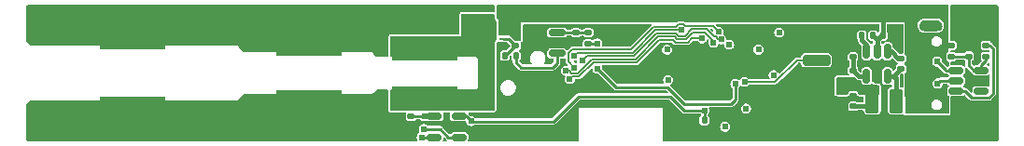
<source format=gbr>
%TF.GenerationSoftware,KiCad,Pcbnew,(6.99.0-4266-g9b4505c6d2)*%
%TF.CreationDate,2022-11-13T11:25:58+08:00*%
%TF.ProjectId,ESP_PD210,4553505f-5044-4323-9130-2e6b69636164,Bata1*%
%TF.SameCoordinates,Original*%
%TF.FileFunction,Copper,L4,Bot*%
%TF.FilePolarity,Positive*%
%FSLAX46Y46*%
G04 Gerber Fmt 4.6, Leading zero omitted, Abs format (unit mm)*
G04 Created by KiCad (PCBNEW (6.99.0-4266-g9b4505c6d2)) date 2022-11-13 11:25:58*
%MOMM*%
%LPD*%
G01*
G04 APERTURE LIST*
G04 Aperture macros list*
%AMRoundRect*
0 Rectangle with rounded corners*
0 $1 Rounding radius*
0 $2 $3 $4 $5 $6 $7 $8 $9 X,Y pos of 4 corners*
0 Add a 4 corners polygon primitive as box body*
4,1,4,$2,$3,$4,$5,$6,$7,$8,$9,$2,$3,0*
0 Add four circle primitives for the rounded corners*
1,1,$1+$1,$2,$3*
1,1,$1+$1,$4,$5*
1,1,$1+$1,$6,$7*
1,1,$1+$1,$8,$9*
0 Add four rect primitives between the rounded corners*
20,1,$1+$1,$2,$3,$4,$5,0*
20,1,$1+$1,$4,$5,$6,$7,0*
20,1,$1+$1,$6,$7,$8,$9,0*
20,1,$1+$1,$8,$9,$2,$3,0*%
%AMFreePoly0*
4,1,17,-3.000000,0.500000,-2.988573,0.606283,-2.938839,0.739624,-2.853553,0.853553,-2.739624,0.938839,-2.606283,0.988573,-2.500000,1.000000,2.500000,1.000000,2.606283,0.988573,2.739624,0.938839,2.853553,0.853553,2.938839,0.739624,2.988573,0.606283,3.000000,0.500000,3.000000,-1.000000,-3.000000,-1.000000,-3.000000,0.500000,-3.000000,0.500000,$1*%
G04 Aperture macros list end*
%TA.AperFunction,ComponentPad*%
%ADD10FreePoly0,0.000000*%
%TD*%
%TA.AperFunction,ComponentPad*%
%ADD11FreePoly0,180.000000*%
%TD*%
%TA.AperFunction,ComponentPad*%
%ADD12O,2.100000X1.000000*%
%TD*%
%TA.AperFunction,ComponentPad*%
%ADD13O,1.600000X1.000000*%
%TD*%
%TA.AperFunction,SMDPad,CuDef*%
%ADD14RoundRect,0.140000X0.170000X-0.140000X0.170000X0.140000X-0.170000X0.140000X-0.170000X-0.140000X0*%
%TD*%
%TA.AperFunction,SMDPad,CuDef*%
%ADD15RoundRect,0.135000X0.185000X-0.135000X0.185000X0.135000X-0.185000X0.135000X-0.185000X-0.135000X0*%
%TD*%
%TA.AperFunction,SMDPad,CuDef*%
%ADD16RoundRect,0.250000X-0.375000X-0.850000X0.375000X-0.850000X0.375000X0.850000X-0.375000X0.850000X0*%
%TD*%
%TA.AperFunction,SMDPad,CuDef*%
%ADD17RoundRect,0.150000X0.512500X0.150000X-0.512500X0.150000X-0.512500X-0.150000X0.512500X-0.150000X0*%
%TD*%
%TA.AperFunction,SMDPad,CuDef*%
%ADD18RoundRect,0.062500X0.287500X0.062500X-0.287500X0.062500X-0.287500X-0.062500X0.287500X-0.062500X0*%
%TD*%
%TA.AperFunction,SMDPad,CuDef*%
%ADD19RoundRect,0.415000X0.415000X0.775000X-0.415000X0.775000X-0.415000X-0.775000X0.415000X-0.775000X0*%
%TD*%
%TA.AperFunction,SMDPad,CuDef*%
%ADD20RoundRect,0.135000X0.135000X0.185000X-0.135000X0.185000X-0.135000X-0.185000X0.135000X-0.185000X0*%
%TD*%
%TA.AperFunction,SMDPad,CuDef*%
%ADD21RoundRect,0.140000X-0.170000X0.140000X-0.170000X-0.140000X0.170000X-0.140000X0.170000X0.140000X0*%
%TD*%
%TA.AperFunction,SMDPad,CuDef*%
%ADD22RoundRect,0.150000X0.150000X-0.512500X0.150000X0.512500X-0.150000X0.512500X-0.150000X-0.512500X0*%
%TD*%
%TA.AperFunction,SMDPad,CuDef*%
%ADD23RoundRect,0.150000X0.587500X0.150000X-0.587500X0.150000X-0.587500X-0.150000X0.587500X-0.150000X0*%
%TD*%
%TA.AperFunction,SMDPad,CuDef*%
%ADD24RoundRect,0.140000X0.140000X0.170000X-0.140000X0.170000X-0.140000X-0.170000X0.140000X-0.170000X0*%
%TD*%
%TA.AperFunction,SMDPad,CuDef*%
%ADD25RoundRect,0.250000X-1.000000X0.250000X-1.000000X-0.250000X1.000000X-0.250000X1.000000X0.250000X0*%
%TD*%
%TA.AperFunction,SMDPad,CuDef*%
%ADD26RoundRect,0.135000X-0.185000X0.135000X-0.185000X-0.135000X0.185000X-0.135000X0.185000X0.135000X0*%
%TD*%
%TA.AperFunction,SMDPad,CuDef*%
%ADD27RoundRect,0.140000X-0.140000X-0.170000X0.140000X-0.170000X0.140000X0.170000X-0.140000X0.170000X0*%
%TD*%
%TA.AperFunction,ViaPad*%
%ADD28C,0.604800*%
%TD*%
%TA.AperFunction,Conductor*%
%ADD29C,0.254000*%
%TD*%
%TA.AperFunction,Conductor*%
%ADD30C,0.381000*%
%TD*%
%TA.AperFunction,Conductor*%
%ADD31C,0.152400*%
%TD*%
%TA.AperFunction,Conductor*%
%ADD32C,0.406400*%
%TD*%
G04 APERTURE END LIST*
D10*
%TO.P,J2,1,Pin_1*%
%TO.N,GND*%
X116563024Y-101531605D03*
D11*
X116563024Y-107931605D03*
D10*
%TO.P,J2,2,Pin_2*%
X132563024Y-102131605D03*
D11*
X132563024Y-107331605D03*
D10*
%TO.P,J2,3,Pin_3*%
%TO.N,/CART*%
X143063024Y-102531605D03*
D11*
X143063024Y-106931605D03*
%TD*%
D12*
%TO.P,J3,S1,SHIELD*%
%TO.N,GND*%
X188953824Y-109051605D03*
D13*
X193133824Y-109051605D03*
D12*
X188953824Y-100411605D03*
D13*
X193133824Y-100411605D03*
%TD*%
D14*
%TO.P,C19,1*%
%TO.N,Net-(C19-Pad1)*%
X192392225Y-103204642D03*
%TO.P,C19,2*%
%TO.N,GND*%
X192392225Y-102244642D03*
%TD*%
D15*
%TO.P,R15,1*%
%TO.N,Net-(C19-Pad1)*%
X190812225Y-103234642D03*
%TO.P,R15,2*%
%TO.N,VCC*%
X190812225Y-102214642D03*
%TD*%
D16*
%TO.P,L3,1,1*%
%TO.N,+3V3*%
X183643026Y-107266606D03*
%TO.P,L3,2,2*%
%TO.N,Net-(C21-Pad2)*%
X185793026Y-107266606D03*
%TD*%
D17*
%TO.P,U5,1,VDD*%
%TO.N,Net-(C19-Pad1)*%
X193530525Y-104474642D03*
%TO.P,U5,2,GND*%
%TO.N,GND*%
X193530525Y-105424642D03*
%TO.P,U5,3,PG*%
%TO.N,unconnected-(U5-Pad3)*%
X193530525Y-106374642D03*
%TO.P,U5,4,CFG*%
%TO.N,Net-(R17-Pad2)*%
X191255525Y-106374642D03*
%TO.P,U5,5,CC1*%
%TO.N,Net-(J3-PadA5)*%
X191255525Y-105424642D03*
%TO.P,U5,6,CC2*%
%TO.N,Net-(J3-PadB5)*%
X191255525Y-104474642D03*
%TD*%
D15*
%TO.P,R7,1*%
%TO.N,GND*%
X156793025Y-102056606D03*
%TO.P,R7,2*%
%TO.N,Net-(Q1-Pad1)*%
X156793025Y-101036606D03*
%TD*%
D17*
%TO.P,U3,1*%
%TO.N,/TEMP*%
X146180525Y-108666606D03*
%TO.P,U3,2,GND*%
%TO.N,GND*%
X146180525Y-109616606D03*
%TO.P,U3,3,+*%
%TO.N,Net-(D1-Pad2)*%
X146180525Y-110566606D03*
%TO.P,U3,4,-*%
%TO.N,Net-(R10-Pad1)*%
X143905525Y-110566606D03*
%TO.P,U3,5,V+*%
%TO.N,+3V3*%
X143905525Y-108666606D03*
%TD*%
D18*
%TO.P,Q2,1,S*%
%TO.N,VCC*%
X150158025Y-100101606D03*
%TO.P,Q2,2,S*%
X150158025Y-100601606D03*
%TO.P,Q2,3,S*%
X150158025Y-101101606D03*
%TO.P,Q2,4,G*%
%TO.N,Net-(Q2-Pad4)*%
X150158025Y-101601606D03*
%TO.P,Q2,5,D*%
%TO.N,/CART*%
X147358025Y-101601606D03*
%TO.P,Q2,6,D*%
X147358025Y-101101606D03*
%TO.P,Q2,7,D*%
X147358025Y-100601606D03*
%TO.P,Q2,8,D*%
X147358025Y-100101606D03*
D19*
%TO.P,Q2,9,D*%
X148758025Y-100851606D03*
%TD*%
D20*
%TO.P,R4,1*%
%TO.N,Net-(Q1-Pad2)*%
X151323025Y-103136606D03*
%TO.P,R4,2*%
%TO.N,Net-(Q2-Pad4)*%
X150303025Y-103136606D03*
%TD*%
D21*
%TO.P,C21,1*%
%TO.N,Net-(C21-Pad1)*%
X186243025Y-103386606D03*
%TO.P,C21,2*%
%TO.N,Net-(C21-Pad2)*%
X186243025Y-104346606D03*
%TD*%
D15*
%TO.P,R11,1*%
%TO.N,Net-(R11-Pad1)*%
X181902640Y-103256606D03*
%TO.P,R11,2*%
%TO.N,GND*%
X181902640Y-102236606D03*
%TD*%
%TO.P,R6,1*%
%TO.N,/DRIVE*%
X157873025Y-102056606D03*
%TO.P,R6,2*%
%TO.N,Net-(Q1-Pad1)*%
X157873025Y-101036606D03*
%TD*%
D22*
%TO.P,U4,1,BST*%
%TO.N,Net-(C21-Pad2)*%
X185023026Y-105004106D03*
%TO.P,U4,2,GND*%
%TO.N,GND*%
X184073026Y-105004106D03*
%TO.P,U4,3,FB*%
%TO.N,Net-(R11-Pad1)*%
X183123026Y-105004106D03*
%TO.P,U4,4,EN*%
%TO.N,Net-(R16-Pad2)*%
X183123026Y-102729106D03*
%TO.P,U4,5,VIN*%
%TO.N,VCC*%
X184073026Y-102729106D03*
%TO.P,U4,6,SW*%
%TO.N,Net-(C21-Pad1)*%
X185023026Y-102729106D03*
%TD*%
D23*
%TO.P,Q1,1,B*%
%TO.N,Net-(Q1-Pad1)*%
X155040525Y-101036606D03*
%TO.P,Q1,2,C*%
%TO.N,Net-(Q1-Pad2)*%
X155040525Y-102936606D03*
%TO.P,Q1,3,E*%
%TO.N,GND*%
X153165525Y-101986606D03*
%TD*%
D14*
%TO.P,C20,1*%
%TO.N,+3V3*%
X181923026Y-107756606D03*
%TO.P,C20,2*%
%TO.N,GND*%
X181923026Y-106796606D03*
%TD*%
D21*
%TO.P,C24,1*%
%TO.N,+3V3*%
X141823025Y-108666603D03*
%TO.P,C24,2*%
%TO.N,GND*%
X141823025Y-109626603D03*
%TD*%
D24*
%TO.P,C25,1*%
%TO.N,/TEMP*%
X168413029Y-109016603D03*
%TO.P,C25,2*%
%TO.N,GND*%
X167453029Y-109016603D03*
%TD*%
D25*
%TO.P,SW2,1,1*%
%TO.N,/MOVE*%
X178573025Y-103556606D03*
%TO.P,SW2,2,2*%
%TO.N,GND*%
X178573025Y-105906606D03*
%TD*%
D26*
%TO.P,R3,1*%
%TO.N,VCC*%
X151273025Y-101216606D03*
%TO.P,R3,2*%
%TO.N,Net-(Q2-Pad4)*%
X151273025Y-102236606D03*
%TD*%
D20*
%TO.P,R16,1*%
%TO.N,VCC*%
X183703026Y-101316606D03*
%TO.P,R16,2*%
%TO.N,Net-(R16-Pad2)*%
X182683026Y-101316606D03*
%TD*%
D27*
%TO.P,C18,1*%
%TO.N,VCC*%
X184603026Y-101316606D03*
%TO.P,C18,2*%
%TO.N,GND*%
X185563026Y-101316606D03*
%TD*%
D15*
%TO.P,R17,1*%
%TO.N,Net-(C19-Pad1)*%
X193972225Y-103234642D03*
%TO.P,R17,2*%
%TO.N,Net-(R17-Pad2)*%
X193972225Y-102214642D03*
%TD*%
%TO.P,R12,1*%
%TO.N,+3V3*%
X181902640Y-105496606D03*
%TO.P,R12,2*%
%TO.N,Net-(R11-Pad1)*%
X181902640Y-104476606D03*
%TD*%
D28*
%TO.N,GND*%
X167611027Y-103969618D03*
X186033025Y-100616606D03*
X180123025Y-109676606D03*
X167611027Y-104731618D03*
X168373027Y-104731618D03*
X161713017Y-100706599D03*
X170243025Y-108636606D03*
X191373025Y-100956606D03*
X175643025Y-106456606D03*
X192393025Y-105424642D03*
X173823026Y-100936596D03*
X180653025Y-104536606D03*
X174783019Y-102656608D03*
X168373027Y-103969618D03*
X169135027Y-103969618D03*
X187453025Y-110296606D03*
X167611027Y-105493618D03*
X175153025Y-108306606D03*
X169135024Y-104731610D03*
X145053025Y-109046606D03*
X168373027Y-105493618D03*
X169135027Y-105493618D03*
X163293025Y-103636606D03*
%TO.N,+3V3*%
X170673020Y-102146601D03*
X170303025Y-109626606D03*
X165126757Y-105352404D03*
X165033026Y-102606595D03*
X180733020Y-105686599D03*
X172183025Y-107956606D03*
X143013029Y-108666603D03*
X174703025Y-104906606D03*
X180733020Y-106359826D03*
X173323027Y-102592117D03*
X175213016Y-101041606D03*
%TO.N,/CART*%
X145463037Y-102886605D03*
X141893016Y-102886605D03*
X144233017Y-102886605D03*
X140663025Y-107356606D03*
X148223025Y-105786606D03*
X140663021Y-102096614D03*
X144233025Y-107356606D03*
X148183025Y-104666606D03*
X146813022Y-101601619D03*
X145463037Y-102046601D03*
X141893025Y-106546606D03*
X148883025Y-106446606D03*
X140663025Y-106546606D03*
X145463025Y-106546606D03*
X148463031Y-101613606D03*
X147793025Y-107586606D03*
X148463031Y-100089606D03*
X144233025Y-106546606D03*
X144233017Y-102046601D03*
X146813022Y-100101596D03*
X147833025Y-106696606D03*
X146693032Y-102526610D03*
X147673015Y-102376598D03*
X148463031Y-100851606D03*
X140663021Y-102886605D03*
X148553025Y-107276606D03*
X141893016Y-102096614D03*
X145463025Y-107356607D03*
X141893025Y-107356606D03*
X146823025Y-106736606D03*
X146703025Y-107546606D03*
X148913025Y-105116606D03*
%TO.N,VCC*%
X150339024Y-99698600D03*
X154911024Y-99698600D03*
X162531025Y-99698606D03*
X180057025Y-98936606D03*
X177009025Y-98936606D03*
X165579025Y-99698606D03*
X187677025Y-99698606D03*
X182343025Y-98936606D03*
X168627025Y-99698606D03*
X174723025Y-99698606D03*
X151101024Y-98936600D03*
X177009025Y-99698606D03*
X177771025Y-98936606D03*
X164817025Y-98936606D03*
X173961025Y-99698606D03*
X155673025Y-98936606D03*
X161769025Y-99698606D03*
X157197025Y-99698606D03*
X172437025Y-99698606D03*
X173961025Y-98936606D03*
X189423025Y-104666606D03*
X167865025Y-99698606D03*
X175485025Y-98936606D03*
X181581025Y-98936606D03*
X150339024Y-98936600D03*
X175485025Y-99698606D03*
X176247025Y-98936606D03*
X176247025Y-99698606D03*
X151863024Y-98936600D03*
X189201025Y-98936606D03*
X159483025Y-99698606D03*
X184629025Y-98936606D03*
X159483025Y-98936606D03*
X161007025Y-98936606D03*
X156435025Y-98936606D03*
X160245025Y-99698606D03*
X173199025Y-98936606D03*
X165579025Y-98936606D03*
X181581025Y-99698606D03*
X167865025Y-98936606D03*
X167103024Y-99698600D03*
X172437025Y-98936606D03*
X183105025Y-98936606D03*
X182343025Y-99698606D03*
X166341024Y-99698600D03*
X160245025Y-98936606D03*
X183105025Y-99698606D03*
X178533025Y-99698606D03*
X189963025Y-98936606D03*
X170913025Y-98936606D03*
X186153025Y-99698606D03*
X158721025Y-98936606D03*
X163293025Y-99698606D03*
X166341025Y-98936606D03*
X183867025Y-98936606D03*
X186915025Y-98936606D03*
X177771025Y-99698606D03*
X185391025Y-99698606D03*
X151863024Y-99698600D03*
X151393025Y-100416606D03*
X174723025Y-98936606D03*
X180057025Y-99698606D03*
X186153025Y-98936606D03*
X161007025Y-99698606D03*
X168627025Y-98936606D03*
X156435025Y-99698606D03*
X154911024Y-98936600D03*
X153387024Y-98936600D03*
X155673024Y-99698600D03*
X187677025Y-98936606D03*
X170913025Y-99698606D03*
X167103025Y-98936606D03*
X161769025Y-98936606D03*
X158721025Y-99698606D03*
X188008025Y-107181606D03*
X178533025Y-98936606D03*
X169389025Y-99698606D03*
X179295025Y-98936606D03*
X173199025Y-99698606D03*
X183867025Y-99698606D03*
X164817025Y-99698606D03*
X170151025Y-99698606D03*
X151101024Y-99698600D03*
X180819025Y-98936606D03*
X184629025Y-99698606D03*
X169389025Y-98936606D03*
X157959025Y-99698606D03*
X187993025Y-102286606D03*
X186915025Y-99698606D03*
X190003025Y-106716606D03*
X153387024Y-99698600D03*
X185391025Y-98936606D03*
X164055025Y-99698606D03*
X171675025Y-99698606D03*
X188439025Y-98936606D03*
X180819025Y-99698606D03*
X154149024Y-98936600D03*
X164055025Y-98936606D03*
X157959025Y-98936606D03*
X170151025Y-98936606D03*
X152625024Y-99698600D03*
X157197025Y-98936606D03*
X179295025Y-99698606D03*
X171675025Y-98936606D03*
X154149024Y-99698600D03*
X162531025Y-98936606D03*
X152625024Y-98936600D03*
X163293025Y-98936606D03*
%TO.N,Net-(J3-PadA5)*%
X189567082Y-105675663D03*
%TO.N,Net-(J3-PadB5)*%
X189533025Y-103691606D03*
%TO.N,/DRIVE*%
X158713023Y-104306312D03*
X158713023Y-102026103D03*
X171235330Y-105698670D03*
%TO.N,/TEMP*%
X168413029Y-108117912D03*
X147263025Y-109096606D03*
%TO.N,/MOVE*%
X172063035Y-105516597D03*
%TO.N,Net-(D1-Pad2)*%
X142963025Y-109826606D03*
%TO.N,/SW_A*%
X166293018Y-100806497D03*
X156593025Y-103160906D03*
%TO.N,/SW_P*%
X169948737Y-101670793D03*
X157323025Y-103616606D03*
%TO.N,/SW_C*%
X169701984Y-100950760D03*
X156603025Y-104221906D03*
%TO.N,/SW_B*%
X168199251Y-101575802D03*
X156203025Y-105276606D03*
%TO.N,/SW_D*%
X169236926Y-101952240D03*
X155852095Y-104526706D03*
%TO.N,Net-(R10-Pad1)*%
X142783032Y-110566599D03*
%TD*%
D29*
%TO.N,+3V3*%
X143013032Y-108666606D02*
X143013029Y-108666603D01*
X143905525Y-108666606D02*
X143013032Y-108666606D01*
D30*
X183153026Y-107756606D02*
X183643026Y-107266606D01*
X181923026Y-107756606D02*
X183153026Y-107756606D01*
D29*
X143013029Y-108666603D02*
X141823025Y-108666603D01*
D30*
%TO.N,VCC*%
X184603026Y-101316606D02*
X184443026Y-101316606D01*
X184073026Y-101686606D02*
X183703026Y-101316606D01*
X184603026Y-101316606D02*
X184603026Y-99724605D01*
X184073026Y-102729106D02*
X184073026Y-101686606D01*
X184443026Y-101316606D02*
X184073026Y-101686606D01*
X184603026Y-99724605D02*
X184629025Y-99698606D01*
D29*
%TO.N,Net-(J3-PadA5)*%
X189567082Y-105675663D02*
X189818103Y-105424642D01*
X189818103Y-105424642D02*
X191255525Y-105424642D01*
%TO.N,Net-(J3-PadB5)*%
X189533025Y-103691606D02*
X190306061Y-104464642D01*
X190306061Y-104464642D02*
X190306061Y-104474642D01*
X190306061Y-104474642D02*
X191255525Y-104474642D01*
%TO.N,Net-(Q1-Pad1)*%
X156793025Y-101036606D02*
X157873025Y-101036606D01*
X155040525Y-101036606D02*
X156793025Y-101036606D01*
%TO.N,Net-(Q1-Pad2)*%
X151790030Y-104217504D02*
X154622127Y-104217504D01*
X154622127Y-104217504D02*
X155043025Y-103796606D01*
X151323025Y-103136606D02*
X151323025Y-103750499D01*
X155040525Y-103794106D02*
X155040525Y-102936606D01*
X155043025Y-103796606D02*
X155040525Y-103794106D01*
X151323025Y-103750499D02*
X151790030Y-104217504D01*
%TO.N,/DRIVE*%
X157873020Y-102056609D02*
X158682518Y-102056609D01*
X165053016Y-106016596D02*
X166573028Y-107536608D01*
X170823023Y-107536608D02*
X171235325Y-107124306D01*
X166573028Y-107536608D02*
X170823023Y-107536608D01*
X160423332Y-106016596D02*
X165053016Y-106016596D01*
X158713023Y-104306312D02*
X160423332Y-106016596D01*
X171235325Y-107124306D02*
X171235325Y-105698664D01*
D31*
X158682525Y-102056606D02*
X158713025Y-102026106D01*
D30*
%TO.N,Net-(C21-Pad1)*%
X186013026Y-103386606D02*
X185355526Y-102729106D01*
X185355526Y-102729106D02*
X185023026Y-102729106D01*
X186243025Y-103386606D02*
X186013026Y-103386606D01*
D29*
%TO.N,/TEMP*%
X156993025Y-106856606D02*
X165303025Y-106856606D01*
X154718233Y-109131398D02*
X156993025Y-106856606D01*
X147297817Y-109131398D02*
X154718233Y-109131398D01*
X168413029Y-108117912D02*
X168413029Y-109016603D01*
X147263025Y-109096606D02*
X147297817Y-109131398D01*
X146833025Y-108666606D02*
X146180525Y-108666606D01*
X147263025Y-109096606D02*
X146833025Y-108666606D01*
X166564331Y-108117912D02*
X168413029Y-108117912D01*
X165303025Y-106856606D02*
X166564331Y-108117912D01*
D30*
%TO.N,Net-(C21-Pad2)*%
X186232640Y-104346606D02*
X186243025Y-104346606D01*
X185575140Y-105004106D02*
X186232640Y-104346606D01*
D32*
X185793026Y-107266606D02*
X185793026Y-105221992D01*
D30*
X185023026Y-105004106D02*
X185575140Y-105004106D01*
D32*
X185793026Y-105221992D02*
X185575140Y-105004106D01*
D31*
%TO.N,/MOVE*%
X174843973Y-105516606D02*
X176803973Y-103556606D01*
X172063025Y-105516606D02*
X174843973Y-105516606D01*
X176803973Y-103556606D02*
X178573025Y-103556606D01*
D29*
%TO.N,Net-(Q2-Pad4)*%
X150638025Y-101601606D02*
X151273025Y-102236606D01*
X150373025Y-103136606D02*
X151273025Y-102236606D01*
X150158025Y-101601606D02*
X150638025Y-101601606D01*
X150303025Y-103136606D02*
X150373025Y-103136606D01*
%TO.N,Net-(D1-Pad2)*%
X144453025Y-109826606D02*
X145193025Y-110566606D01*
X142963025Y-109826606D02*
X144453025Y-109826606D01*
X145193025Y-110566606D02*
X146180525Y-110566606D01*
D31*
%TO.N,/SW_A*%
X156593025Y-103160906D02*
X156892525Y-102861406D01*
X156892525Y-102861406D02*
X161899277Y-102861406D01*
X163954177Y-100806506D02*
X166293025Y-100806506D01*
X161899277Y-102861406D02*
X163954177Y-100806506D01*
%TO.N,/SW_P*%
X169642986Y-101607352D02*
X169885296Y-101607352D01*
X169268711Y-101421240D02*
X169456874Y-101421240D01*
X169456874Y-101421240D02*
X169642986Y-101607352D01*
X169885296Y-101607352D02*
X169948737Y-101670793D01*
X157773425Y-103166206D02*
X162025529Y-103166206D01*
X157323025Y-103616606D02*
X157773425Y-103166206D01*
X168587973Y-100740502D02*
X169268711Y-101421240D01*
X166073077Y-101337506D02*
X166662125Y-101337506D01*
X166662125Y-101337506D02*
X167259129Y-100740502D01*
X165846877Y-101111306D02*
X166073077Y-101337506D01*
X167259129Y-100740502D02*
X168587973Y-100740502D01*
X162025529Y-103166206D02*
X164080429Y-101111306D01*
X164080429Y-101111306D02*
X165846877Y-101111306D01*
%TO.N,/SW_C*%
X169701984Y-100950760D02*
X169186926Y-100435702D01*
X156446377Y-102556606D02*
X156062025Y-102940958D01*
X161773025Y-102556606D02*
X156446377Y-102556606D01*
X169186926Y-100435702D02*
X166673169Y-100435702D01*
X156062025Y-102940958D02*
X156062025Y-103680906D01*
X156062025Y-103680906D02*
X156603025Y-104221906D01*
X166073077Y-100275506D02*
X165846877Y-100501706D01*
X165846877Y-100501706D02*
X163827925Y-100501706D01*
X163827925Y-100501706D02*
X161773025Y-102556606D01*
X166512973Y-100275506D02*
X166073077Y-100275506D01*
X166673169Y-100435702D02*
X166512973Y-100275506D01*
%TO.N,/SW_B*%
X166914629Y-101947106D02*
X165820573Y-101947106D01*
X168199251Y-101575802D02*
X167285933Y-101575802D01*
X167285933Y-101575802D02*
X166914629Y-101947106D01*
X156421925Y-105057706D02*
X156203025Y-105276606D01*
X158345825Y-103775806D02*
X157063925Y-105057706D01*
X162278033Y-103775806D02*
X158345825Y-103775806D01*
X165594373Y-101720906D02*
X164332933Y-101720906D01*
X164332933Y-101720906D02*
X162278033Y-103775806D01*
X157063925Y-105057706D02*
X156421925Y-105057706D01*
X165820573Y-101947106D02*
X165594373Y-101720906D01*
%TO.N,/SW_D*%
X167385381Y-101045302D02*
X166788377Y-101642306D01*
X169236926Y-101952240D02*
X169236926Y-101820507D01*
X165946825Y-101642306D02*
X165720625Y-101416106D01*
X158219573Y-103471006D02*
X156937673Y-104752906D01*
X156937673Y-104752906D02*
X156383077Y-104752906D01*
X168461721Y-101045302D02*
X167385381Y-101045302D01*
X165720625Y-101416106D02*
X164206681Y-101416106D01*
X156156877Y-104526706D02*
X155852095Y-104526706D01*
X162151781Y-103471006D02*
X158219573Y-103471006D01*
X166788377Y-101642306D02*
X165946825Y-101642306D01*
X164206681Y-101416106D02*
X162151781Y-103471006D01*
X169236926Y-101820507D02*
X168461721Y-101045302D01*
X156383077Y-104752906D02*
X156156877Y-104526706D01*
D30*
%TO.N,Net-(R16-Pad2)*%
X182683026Y-101736606D02*
X182683026Y-101316606D01*
X183123026Y-102729106D02*
X183123026Y-102176606D01*
X183123026Y-102176606D02*
X182683026Y-101736606D01*
D29*
%TO.N,Net-(R10-Pad1)*%
X142783025Y-110566606D02*
X143905525Y-110566606D01*
%TO.N,Net-(R17-Pad2)*%
X194220888Y-106954042D02*
X192655461Y-106954042D01*
X192076061Y-106374642D02*
X191255525Y-106374642D01*
X194571625Y-102490206D02*
X194571625Y-106603305D01*
X194571625Y-106603305D02*
X194220888Y-106954042D01*
X193972225Y-102214642D02*
X194296061Y-102214642D01*
X194296061Y-102214642D02*
X194571625Y-102490206D01*
X192655461Y-106954042D02*
X192076061Y-106374642D01*
D30*
%TO.N,Net-(R11-Pad1)*%
X181902640Y-104476606D02*
X181902640Y-103256606D01*
X182430140Y-105004106D02*
X181902640Y-104476606D01*
X183123026Y-105004106D02*
X182430140Y-105004106D01*
D29*
%TO.N,Net-(C19-Pad1)*%
X193530525Y-104474642D02*
X192846061Y-104474642D01*
X192392225Y-104020806D02*
X192392225Y-103204642D01*
X192392225Y-103204642D02*
X190842225Y-103204642D01*
X190842225Y-103204642D02*
X190812225Y-103234642D01*
X193972225Y-103234642D02*
X193972225Y-103602406D01*
X193530525Y-104044106D02*
X193530525Y-104474642D01*
X193972225Y-103602406D02*
X193530525Y-104044106D01*
X192846061Y-104474642D02*
X192392225Y-104020806D01*
%TD*%
%TA.AperFunction,Conductor*%
%TO.N,VCC*%
G36*
X190556397Y-98554499D02*
G01*
X190582117Y-98599048D01*
X190583259Y-98611951D01*
X190586172Y-100043844D01*
X190591680Y-102751467D01*
X190574185Y-102799840D01*
X190546855Y-102820412D01*
X190468082Y-102855194D01*
X190468079Y-102855196D01*
X190461704Y-102858011D01*
X190385594Y-102934121D01*
X190342118Y-103032585D01*
X190339325Y-103056658D01*
X190339325Y-103412626D01*
X190342118Y-103436699D01*
X190385594Y-103535163D01*
X190461704Y-103611273D01*
X190468079Y-103614088D01*
X190468082Y-103614090D01*
X190548823Y-103649741D01*
X190585936Y-103685360D01*
X190593647Y-103718378D01*
X190594133Y-103956933D01*
X190594251Y-104014804D01*
X190576756Y-104063177D01*
X190568834Y-104070375D01*
X190568881Y-104070422D01*
X190568880Y-104070422D01*
X190491451Y-104147851D01*
X190444835Y-104169589D01*
X190395147Y-104156276D01*
X190385106Y-104147849D01*
X190011562Y-103774305D01*
X189989822Y-103727685D01*
X189990301Y-103710430D01*
X189992242Y-103696928D01*
X189992242Y-103696927D01*
X189993007Y-103691606D01*
X189974374Y-103562014D01*
X189919986Y-103442921D01*
X189852112Y-103364590D01*
X189837774Y-103348043D01*
X189834249Y-103343975D01*
X189724108Y-103273192D01*
X189718951Y-103271678D01*
X189718947Y-103271676D01*
X189603650Y-103237822D01*
X189598487Y-103236306D01*
X189467563Y-103236306D01*
X189462400Y-103237822D01*
X189347103Y-103271676D01*
X189347099Y-103271678D01*
X189341942Y-103273192D01*
X189231801Y-103343975D01*
X189228276Y-103348043D01*
X189213938Y-103364590D01*
X189146064Y-103442921D01*
X189091676Y-103562014D01*
X189073043Y-103691606D01*
X189091676Y-103821198D01*
X189146064Y-103940291D01*
X189231801Y-104039237D01*
X189341942Y-104110020D01*
X189347099Y-104111534D01*
X189347103Y-104111536D01*
X189432539Y-104136622D01*
X189467563Y-104146906D01*
X189561339Y-104146906D01*
X189609677Y-104164499D01*
X189614513Y-104168932D01*
X190057265Y-104611684D01*
X190071406Y-104631337D01*
X190078827Y-104646241D01*
X190083977Y-104650936D01*
X190087740Y-104655919D01*
X190091960Y-104660548D01*
X190095630Y-104666475D01*
X190124289Y-104688118D01*
X190129614Y-104692541D01*
X190151008Y-104712044D01*
X190151010Y-104712045D01*
X190156160Y-104716740D01*
X190162660Y-104719258D01*
X190167976Y-104722549D01*
X190173577Y-104725338D01*
X190179138Y-104729538D01*
X190185840Y-104731445D01*
X190213668Y-104739363D01*
X190220248Y-104741568D01*
X190253739Y-104754542D01*
X190260711Y-104754542D01*
X190266852Y-104755690D01*
X190273084Y-104756268D01*
X190279788Y-104758175D01*
X190286727Y-104757532D01*
X190315532Y-104754863D01*
X190322470Y-104754542D01*
X190420409Y-104754542D01*
X190468747Y-104772135D01*
X190482447Y-104787241D01*
X190485991Y-104792414D01*
X190488805Y-104798787D01*
X190568880Y-104878862D01*
X190567905Y-104879837D01*
X190593357Y-104915398D01*
X190596124Y-104935457D01*
X190596181Y-104963482D01*
X190578686Y-105011855D01*
X190569617Y-105020097D01*
X190568880Y-105020422D01*
X190488805Y-105100497D01*
X190485991Y-105106870D01*
X190482447Y-105112043D01*
X190440613Y-105141977D01*
X190420409Y-105144742D01*
X189868570Y-105144742D01*
X189862501Y-105144320D01*
X189857443Y-105142625D01*
X189813376Y-105144662D01*
X189809904Y-105144742D01*
X189792168Y-105144742D01*
X189788755Y-105145380D01*
X189785289Y-105145701D01*
X189785282Y-105145631D01*
X189780556Y-105146179D01*
X189759868Y-105147135D01*
X189759866Y-105147135D01*
X189752910Y-105147457D01*
X189746538Y-105150271D01*
X189746537Y-105150271D01*
X189742732Y-105151951D01*
X189726176Y-105157077D01*
X189722094Y-105157840D01*
X189722089Y-105157842D01*
X189715240Y-105159122D01*
X189691700Y-105173697D01*
X189682498Y-105178547D01*
X189663559Y-105186909D01*
X189663556Y-105186911D01*
X189657181Y-105189726D01*
X189649314Y-105197593D01*
X189635718Y-105208361D01*
X189634516Y-105209105D01*
X189594938Y-105220363D01*
X189501620Y-105220363D01*
X189496457Y-105221879D01*
X189381160Y-105255733D01*
X189381156Y-105255735D01*
X189375999Y-105257249D01*
X189265858Y-105328032D01*
X189180121Y-105426978D01*
X189125733Y-105546071D01*
X189107100Y-105675663D01*
X189125733Y-105805255D01*
X189180121Y-105924348D01*
X189265858Y-106023294D01*
X189375999Y-106094077D01*
X189381156Y-106095591D01*
X189381160Y-106095593D01*
X189494795Y-106128959D01*
X189501620Y-106130963D01*
X189632544Y-106130963D01*
X189639369Y-106128959D01*
X189753004Y-106095593D01*
X189753008Y-106095591D01*
X189758165Y-106094077D01*
X189868306Y-106023294D01*
X189954043Y-105924348D01*
X190008431Y-105805255D01*
X190013638Y-105769040D01*
X190037932Y-105723698D01*
X190088073Y-105704542D01*
X190420409Y-105704542D01*
X190468747Y-105722135D01*
X190482447Y-105737241D01*
X190485991Y-105742414D01*
X190488805Y-105748787D01*
X190568880Y-105828862D01*
X190568481Y-105829261D01*
X190595293Y-105866729D01*
X190598059Y-105886782D01*
X190598111Y-105912159D01*
X190580616Y-105960532D01*
X190570540Y-105969689D01*
X190568880Y-105970422D01*
X190488805Y-106050497D01*
X190485990Y-106056871D01*
X190485990Y-106056872D01*
X190453276Y-106130963D01*
X190443063Y-106154092D01*
X190440125Y-106179416D01*
X190440125Y-106569868D01*
X190443063Y-106595192D01*
X190445348Y-106600368D01*
X190445349Y-106600370D01*
X190465574Y-106646175D01*
X190488805Y-106698787D01*
X190568880Y-106778862D01*
X190569322Y-106779057D01*
X190597229Y-106818054D01*
X190599994Y-106838105D01*
X190602239Y-107941302D01*
X190603074Y-108351872D01*
X190585579Y-108400245D01*
X190541083Y-108426056D01*
X190528045Y-108427225D01*
X189714271Y-108429078D01*
X189695399Y-108426716D01*
X189590883Y-108399881D01*
X189590880Y-108399881D01*
X189586305Y-108398706D01*
X188362750Y-108398706D01*
X188360399Y-108399003D01*
X188244857Y-108413599D01*
X188244855Y-108413600D01*
X188240165Y-108414192D01*
X188235771Y-108415932D01*
X188235766Y-108415933D01*
X188207072Y-108427293D01*
X188179562Y-108432573D01*
X187190595Y-108434826D01*
X186689059Y-108435969D01*
X186640683Y-108418486D01*
X186614861Y-108373996D01*
X186613689Y-108360855D01*
X186612920Y-107690318D01*
X189005925Y-107690318D01*
X189007440Y-107695476D01*
X189007440Y-107695479D01*
X189033671Y-107784811D01*
X189044642Y-107822174D01*
X189118939Y-107937782D01*
X189222796Y-108027775D01*
X189347801Y-108084863D01*
X189379700Y-108089449D01*
X189446987Y-108099124D01*
X189446993Y-108099124D01*
X189449647Y-108099506D01*
X189518003Y-108099506D01*
X189520657Y-108099124D01*
X189520663Y-108099124D01*
X189587950Y-108089449D01*
X189619849Y-108084863D01*
X189744854Y-108027775D01*
X189848711Y-107937782D01*
X189923008Y-107822174D01*
X189933979Y-107784811D01*
X189960210Y-107695479D01*
X189960210Y-107695476D01*
X189961725Y-107690318D01*
X189961725Y-107552894D01*
X189923008Y-107421038D01*
X189862282Y-107326547D01*
X189851618Y-107309953D01*
X189851617Y-107309952D01*
X189848711Y-107305430D01*
X189840736Y-107298519D01*
X189791316Y-107255697D01*
X189744854Y-107215437D01*
X189619849Y-107158349D01*
X189587950Y-107153763D01*
X189520663Y-107144088D01*
X189520657Y-107144088D01*
X189518003Y-107143706D01*
X189449647Y-107143706D01*
X189446993Y-107144088D01*
X189446987Y-107144088D01*
X189379700Y-107153763D01*
X189347801Y-107158349D01*
X189222796Y-107215437D01*
X189176334Y-107255697D01*
X189126915Y-107298519D01*
X189118939Y-107305430D01*
X189116033Y-107309952D01*
X189116032Y-107309953D01*
X189105368Y-107326547D01*
X189044642Y-107421038D01*
X189005925Y-107552894D01*
X189005925Y-107690318D01*
X186612920Y-107690318D01*
X186610889Y-105919451D01*
X186609531Y-104735557D01*
X186627069Y-104687200D01*
X186631557Y-104682298D01*
X186658853Y-104655002D01*
X186703084Y-104554827D01*
X186705925Y-104530340D01*
X186705925Y-104162872D01*
X186703084Y-104138385D01*
X186658853Y-104038210D01*
X186630664Y-104010021D01*
X186608924Y-103963401D01*
X186608638Y-103956933D01*
X186608614Y-103935394D01*
X186608432Y-103776657D01*
X186625970Y-103728299D01*
X186630458Y-103723397D01*
X186658853Y-103695002D01*
X186703084Y-103594827D01*
X186705925Y-103570340D01*
X186705925Y-103202872D01*
X186703084Y-103178385D01*
X186658853Y-103078210D01*
X186629562Y-103048919D01*
X186607822Y-103002299D01*
X186607536Y-102995831D01*
X186607256Y-102751467D01*
X186606291Y-101910318D01*
X189005925Y-101910318D01*
X189007440Y-101915476D01*
X189007440Y-101915479D01*
X189030560Y-101994216D01*
X189044642Y-102042174D01*
X189047550Y-102046699D01*
X189105466Y-102136817D01*
X189118939Y-102157782D01*
X189222796Y-102247775D01*
X189347801Y-102304863D01*
X189376415Y-102308977D01*
X189446987Y-102319124D01*
X189446993Y-102319124D01*
X189449647Y-102319506D01*
X189518003Y-102319506D01*
X189520657Y-102319124D01*
X189520663Y-102319124D01*
X189591235Y-102308977D01*
X189619849Y-102304863D01*
X189744854Y-102247775D01*
X189848711Y-102157782D01*
X189862185Y-102136817D01*
X189920100Y-102046699D01*
X189923008Y-102042174D01*
X189937090Y-101994216D01*
X189960210Y-101915479D01*
X189960210Y-101915476D01*
X189961725Y-101910318D01*
X189961725Y-101772894D01*
X189959994Y-101766997D01*
X189924523Y-101646197D01*
X189924523Y-101646196D01*
X189923008Y-101641038D01*
X189874334Y-101565300D01*
X189851618Y-101529953D01*
X189851617Y-101529952D01*
X189848711Y-101525430D01*
X189744854Y-101435437D01*
X189619849Y-101378349D01*
X189587950Y-101373763D01*
X189520663Y-101364088D01*
X189520657Y-101364088D01*
X189518003Y-101363706D01*
X189449647Y-101363706D01*
X189446993Y-101364088D01*
X189446987Y-101364088D01*
X189379700Y-101373763D01*
X189347801Y-101378349D01*
X189222796Y-101435437D01*
X189118939Y-101525430D01*
X189116033Y-101529952D01*
X189116032Y-101529953D01*
X189093316Y-101565300D01*
X189044642Y-101641038D01*
X189043127Y-101646196D01*
X189043127Y-101646197D01*
X189007657Y-101766997D01*
X189005925Y-101772894D01*
X189005925Y-101910318D01*
X186606291Y-101910318D01*
X186604525Y-100370284D01*
X187747035Y-100370284D01*
X187747332Y-100375005D01*
X187747332Y-100375006D01*
X187755851Y-100510405D01*
X187757393Y-100534920D01*
X187758854Y-100539416D01*
X187806907Y-100687312D01*
X187806909Y-100687315D01*
X187808368Y-100691807D01*
X187896759Y-100831088D01*
X187900209Y-100834328D01*
X187900210Y-100834329D01*
X187951677Y-100882660D01*
X188017010Y-100944011D01*
X188021159Y-100946292D01*
X188157418Y-101021202D01*
X188157421Y-101021203D01*
X188161566Y-101023482D01*
X188166151Y-101024659D01*
X188166153Y-101024660D01*
X188232155Y-101041606D01*
X188321345Y-101064506D01*
X189544900Y-101064506D01*
X189554225Y-101063328D01*
X189662793Y-101049613D01*
X189662795Y-101049612D01*
X189667485Y-101049020D01*
X189671881Y-101047280D01*
X189671883Y-101047279D01*
X189731987Y-101023482D01*
X189820862Y-100988294D01*
X189834742Y-100978210D01*
X189950489Y-100894114D01*
X189954318Y-100891332D01*
X190016592Y-100816056D01*
X190056456Y-100767869D01*
X190056456Y-100767868D01*
X190059468Y-100764228D01*
X190129705Y-100614967D01*
X190144975Y-100534920D01*
X190159728Y-100457578D01*
X190160615Y-100452928D01*
X190155713Y-100375006D01*
X190150554Y-100293010D01*
X190150554Y-100293009D01*
X190150257Y-100288292D01*
X190132533Y-100233743D01*
X190100743Y-100135900D01*
X190100741Y-100135897D01*
X190099282Y-100131405D01*
X190010891Y-99992124D01*
X189890640Y-99879201D01*
X189815149Y-99837699D01*
X189750232Y-99802010D01*
X189750229Y-99802009D01*
X189746084Y-99799730D01*
X189741499Y-99798553D01*
X189741497Y-99798552D01*
X189646619Y-99774192D01*
X189586305Y-99758706D01*
X188362750Y-99758706D01*
X188360399Y-99759003D01*
X188244857Y-99773599D01*
X188244855Y-99773600D01*
X188240165Y-99774192D01*
X188235769Y-99775932D01*
X188235767Y-99775933D01*
X188181429Y-99797447D01*
X188086788Y-99834918D01*
X188082961Y-99837698D01*
X188082960Y-99837699D01*
X188025838Y-99879201D01*
X187953332Y-99931880D01*
X187950315Y-99935527D01*
X187859354Y-100045480D01*
X187848182Y-100058984D01*
X187777945Y-100208245D01*
X187777058Y-100212893D01*
X187777058Y-100212894D01*
X187760703Y-100298631D01*
X187747035Y-100370284D01*
X186604525Y-100370284D01*
X186604201Y-100087593D01*
X166710995Y-100115747D01*
X166662634Y-100098222D01*
X166656498Y-100092305D01*
X166655931Y-100091893D01*
X166650643Y-100086020D01*
X166628026Y-100075950D01*
X166617670Y-100070327D01*
X166596909Y-100056845D01*
X166588385Y-100055495D01*
X166569560Y-100049919D01*
X166568893Y-100049622D01*
X166561670Y-100046406D01*
X166536919Y-100046406D01*
X166525155Y-100045480D01*
X166508521Y-100042845D01*
X166508519Y-100042845D01*
X166500715Y-100041609D01*
X166493083Y-100043654D01*
X166493082Y-100043654D01*
X166492374Y-100043844D01*
X166472911Y-100046406D01*
X166081037Y-100046406D01*
X166077102Y-100046303D01*
X166071461Y-100046007D01*
X166036437Y-100044172D01*
X166021466Y-100049919D01*
X166013338Y-100053039D01*
X166002024Y-100056391D01*
X165977812Y-100061537D01*
X165971419Y-100066182D01*
X165971417Y-100066183D01*
X165970825Y-100066613D01*
X165953575Y-100075979D01*
X165952893Y-100076241D01*
X165952892Y-100076242D01*
X165945513Y-100079074D01*
X165929686Y-100094901D01*
X165883066Y-100116641D01*
X165876618Y-100116927D01*
X151787360Y-100136867D01*
X151787359Y-100136867D01*
X151774101Y-100136886D01*
X151774095Y-100145988D01*
X151773074Y-101701455D01*
X151755449Y-101749781D01*
X151710884Y-101775472D01*
X151697874Y-101776606D01*
X151240013Y-101776606D01*
X151191675Y-101759013D01*
X151186839Y-101754581D01*
X150871633Y-101439376D01*
X150867638Y-101434785D01*
X150865259Y-101430007D01*
X150832646Y-101400276D01*
X150830135Y-101397878D01*
X150817605Y-101385348D01*
X150814734Y-101383381D01*
X150812062Y-101381162D01*
X150812108Y-101381107D01*
X150808387Y-101378159D01*
X150793075Y-101364201D01*
X150793072Y-101364199D01*
X150787926Y-101359508D01*
X150781432Y-101356992D01*
X150781430Y-101356991D01*
X150777549Y-101355487D01*
X150762220Y-101347407D01*
X150758792Y-101345059D01*
X150758790Y-101345058D01*
X150753041Y-101341120D01*
X150746260Y-101339525D01*
X150746255Y-101339523D01*
X150726098Y-101334782D01*
X150716152Y-101331702D01*
X150696849Y-101324225D01*
X150696850Y-101324225D01*
X150690347Y-101321706D01*
X150679222Y-101321706D01*
X150662005Y-101319708D01*
X150657963Y-101318757D01*
X150657956Y-101318757D01*
X150651176Y-101317162D01*
X150623769Y-101320985D01*
X150613380Y-101321706D01*
X150132090Y-101321706D01*
X150128675Y-101322345D01*
X150128670Y-101322345D01*
X150128238Y-101322426D01*
X150114418Y-101323707D01*
X149849311Y-101323707D01*
X149830795Y-101327390D01*
X149779954Y-101319565D01*
X149746038Y-101280890D01*
X149740925Y-101253635D01*
X149740924Y-100041846D01*
X149740924Y-100039388D01*
X149726307Y-99928354D01*
X149669084Y-99790206D01*
X149666088Y-99786302D01*
X149666086Y-99786298D01*
X149578565Y-99672238D01*
X149563025Y-99626459D01*
X149563025Y-98612106D01*
X149580618Y-98563768D01*
X149625167Y-98538048D01*
X149638225Y-98536906D01*
X190508059Y-98536906D01*
X190556397Y-98554499D01*
G37*
%TD.AperFunction*%
%TD*%
%TA.AperFunction,Conductor*%
%TO.N,/CART*%
G36*
X149335146Y-99336608D02*
G01*
X149381639Y-99390264D01*
X149393025Y-99442606D01*
X149393025Y-108030606D01*
X149373023Y-108098727D01*
X149319367Y-108145220D01*
X149267025Y-108156606D01*
X140009025Y-108156606D01*
X139940904Y-108136604D01*
X139894411Y-108082948D01*
X139883025Y-108030606D01*
X139883025Y-106362906D01*
X139903027Y-106294785D01*
X139956683Y-106248292D01*
X140009025Y-106236906D01*
X147509027Y-106236906D01*
X147520655Y-106237444D01*
X147523139Y-106237674D01*
X147534368Y-106240869D01*
X147545991Y-106239792D01*
X147571343Y-106237443D01*
X147582968Y-106236906D01*
X147591314Y-106236906D01*
X147599523Y-106235371D01*
X147611045Y-106233764D01*
X147636397Y-106231415D01*
X147648021Y-106230338D01*
X147658470Y-106225135D01*
X147660877Y-106224450D01*
X147661152Y-106224385D01*
X147661413Y-106224270D01*
X147663746Y-106223366D01*
X147675222Y-106221221D01*
X147706788Y-106201676D01*
X147716951Y-106196015D01*
X147750196Y-106179461D01*
X147758061Y-106170833D01*
X147760065Y-106169320D01*
X147760294Y-106169163D01*
X147760495Y-106168962D01*
X147762341Y-106167279D01*
X147772267Y-106161133D01*
X147794648Y-106131495D01*
X147802069Y-106122559D01*
X147827092Y-106095110D01*
X147831310Y-106084224D01*
X147832625Y-106082099D01*
X147832784Y-106081866D01*
X147832898Y-106081609D01*
X147834015Y-106079366D01*
X147841052Y-106070047D01*
X147851212Y-106034339D01*
X147854911Y-106023303D01*
X147864107Y-105999566D01*
X147864108Y-105999562D01*
X147868325Y-105988676D01*
X147868325Y-105976999D01*
X147868786Y-105974533D01*
X147868850Y-105974262D01*
X147868863Y-105973976D01*
X147869093Y-105971492D01*
X147872288Y-105960263D01*
X147868862Y-105923288D01*
X147868325Y-105911663D01*
X147868325Y-103585604D01*
X147868863Y-103573976D01*
X147869093Y-103571492D01*
X147872288Y-103560263D01*
X147868862Y-103523288D01*
X147868325Y-103511663D01*
X147868325Y-103503317D01*
X147866790Y-103495108D01*
X147865183Y-103483586D01*
X147862834Y-103458234D01*
X147861757Y-103446610D01*
X147856554Y-103436161D01*
X147855869Y-103433754D01*
X147855804Y-103433479D01*
X147855689Y-103433218D01*
X147854785Y-103430885D01*
X147852640Y-103419409D01*
X147833095Y-103387843D01*
X147827431Y-103377675D01*
X147816084Y-103354886D01*
X147810880Y-103344435D01*
X147802252Y-103336570D01*
X147800739Y-103334566D01*
X147800582Y-103334337D01*
X147800381Y-103334136D01*
X147798698Y-103332290D01*
X147792552Y-103322364D01*
X147762914Y-103299983D01*
X147753978Y-103292562D01*
X147726529Y-103267539D01*
X147715643Y-103263321D01*
X147713518Y-103262006D01*
X147713285Y-103261847D01*
X147713028Y-103261733D01*
X147710785Y-103260616D01*
X147701466Y-103253579D01*
X147690235Y-103250383D01*
X147690234Y-103250383D01*
X147665758Y-103243419D01*
X147654722Y-103239720D01*
X147630985Y-103230524D01*
X147630981Y-103230523D01*
X147620095Y-103226306D01*
X147608418Y-103226306D01*
X147605952Y-103225845D01*
X147605681Y-103225781D01*
X147605395Y-103225768D01*
X147602911Y-103225538D01*
X147591682Y-103222343D01*
X147580059Y-103223420D01*
X147554707Y-103225769D01*
X147543082Y-103226306D01*
X140009025Y-103226306D01*
X139940904Y-103206304D01*
X139894411Y-103152648D01*
X139883025Y-103100306D01*
X139883025Y-101482606D01*
X139903027Y-101414485D01*
X139956683Y-101367992D01*
X140009025Y-101356606D01*
X146333025Y-101356606D01*
X146333025Y-99442606D01*
X146353027Y-99374485D01*
X146406683Y-99327992D01*
X146459025Y-99316606D01*
X149267025Y-99316606D01*
X149335146Y-99336608D01*
G37*
%TD.AperFunction*%
%TD*%
%TA.AperFunction,Conductor*%
%TO.N,GND*%
G36*
X194863467Y-98536908D02*
G01*
X194863498Y-98536918D01*
X194863594Y-98536918D01*
X194904444Y-98536908D01*
X194919119Y-98538350D01*
X194971669Y-98548793D01*
X194998786Y-98560021D01*
X195037056Y-98585588D01*
X195057810Y-98606342D01*
X195083377Y-98644609D01*
X195094605Y-98671722D01*
X195105035Y-98724198D01*
X195106477Y-98738872D01*
X195106468Y-98779896D01*
X195106477Y-98779924D01*
X195106479Y-98779949D01*
X195106479Y-110724219D01*
X195105034Y-110738891D01*
X195096287Y-110782864D01*
X195094582Y-110791434D01*
X195083352Y-110818543D01*
X195057768Y-110856830D01*
X195037022Y-110877575D01*
X195016418Y-110891342D01*
X194998737Y-110903156D01*
X194971628Y-110914384D01*
X194918948Y-110924861D01*
X194904282Y-110926305D01*
X194863535Y-110926303D01*
X194863439Y-110926303D01*
X194863434Y-110926305D01*
X164708833Y-110926305D01*
X164660495Y-110908712D01*
X164634775Y-110864163D01*
X164633633Y-110851121D01*
X164633627Y-110818552D01*
X164633378Y-109626606D01*
X169843043Y-109626606D01*
X169861676Y-109756198D01*
X169916064Y-109875291D01*
X170001801Y-109974237D01*
X170111942Y-110045020D01*
X170117099Y-110046534D01*
X170117103Y-110046536D01*
X170232400Y-110080390D01*
X170237563Y-110081906D01*
X170368487Y-110081906D01*
X170373650Y-110080390D01*
X170488947Y-110046536D01*
X170488951Y-110046534D01*
X170494108Y-110045020D01*
X170604249Y-109974237D01*
X170689986Y-109875291D01*
X170744374Y-109756198D01*
X170763007Y-109626606D01*
X170744374Y-109497014D01*
X170689986Y-109377921D01*
X170604249Y-109278975D01*
X170494108Y-109208192D01*
X170488951Y-109206678D01*
X170488947Y-109206676D01*
X170373650Y-109172822D01*
X170368487Y-109171306D01*
X170237563Y-109171306D01*
X170232400Y-109172822D01*
X170117103Y-109206676D01*
X170117099Y-109206678D01*
X170111942Y-109208192D01*
X170001801Y-109278975D01*
X169916064Y-109377921D01*
X169861676Y-109497014D01*
X169843043Y-109626606D01*
X164633378Y-109626606D01*
X164633237Y-108949269D01*
X164633028Y-107944865D01*
X164633028Y-107944864D01*
X164633025Y-107931606D01*
X157033025Y-107931606D01*
X157033147Y-108517349D01*
X157033632Y-110851089D01*
X157016049Y-110899431D01*
X156971506Y-110925160D01*
X156958432Y-110926305D01*
X147046955Y-110926305D01*
X146998617Y-110908712D01*
X146972897Y-110864163D01*
X146978162Y-110820731D01*
X146982684Y-110810491D01*
X146992987Y-110787156D01*
X146995925Y-110761832D01*
X146995925Y-110371380D01*
X146992987Y-110346056D01*
X146982724Y-110322811D01*
X146950060Y-110248836D01*
X146950060Y-110248835D01*
X146947245Y-110242461D01*
X146867170Y-110162386D01*
X146772562Y-110120612D01*
X146768753Y-110118930D01*
X146768751Y-110118929D01*
X146763575Y-110116644D01*
X146738251Y-110113706D01*
X145622799Y-110113706D01*
X145597475Y-110116644D01*
X145592299Y-110118929D01*
X145592297Y-110118930D01*
X145588488Y-110120612D01*
X145493880Y-110162386D01*
X145413805Y-110242461D01*
X145410991Y-110248834D01*
X145407447Y-110254007D01*
X145365613Y-110283941D01*
X145345409Y-110286706D01*
X145340111Y-110286706D01*
X145291773Y-110269113D01*
X145286937Y-110264680D01*
X144686636Y-109664379D01*
X144682638Y-109659785D01*
X144680259Y-109655007D01*
X144647646Y-109625276D01*
X144645135Y-109622878D01*
X144632605Y-109610348D01*
X144629734Y-109608381D01*
X144627062Y-109606162D01*
X144627108Y-109606107D01*
X144623387Y-109603159D01*
X144608075Y-109589201D01*
X144608072Y-109589199D01*
X144602926Y-109584508D01*
X144596432Y-109581992D01*
X144596430Y-109581991D01*
X144592549Y-109580487D01*
X144577220Y-109572407D01*
X144573792Y-109570059D01*
X144573790Y-109570058D01*
X144568041Y-109566120D01*
X144561260Y-109564525D01*
X144561255Y-109564523D01*
X144541098Y-109559782D01*
X144531152Y-109556702D01*
X144511849Y-109549225D01*
X144511850Y-109549225D01*
X144505347Y-109546706D01*
X144494222Y-109546706D01*
X144477005Y-109544708D01*
X144472963Y-109543757D01*
X144472956Y-109543757D01*
X144466176Y-109542162D01*
X144438769Y-109545985D01*
X144428380Y-109546706D01*
X143357280Y-109546706D01*
X143308942Y-109529113D01*
X143300448Y-109520751D01*
X143267774Y-109483043D01*
X143264249Y-109478975D01*
X143154108Y-109408192D01*
X143148951Y-109406678D01*
X143148947Y-109406676D01*
X143033650Y-109372822D01*
X143028487Y-109371306D01*
X142897563Y-109371306D01*
X142892400Y-109372822D01*
X142777103Y-109406676D01*
X142777099Y-109406678D01*
X142771942Y-109408192D01*
X142661801Y-109478975D01*
X142576064Y-109577921D01*
X142521676Y-109697014D01*
X142503043Y-109826606D01*
X142521676Y-109956198D01*
X142529914Y-109974237D01*
X142573828Y-110070396D01*
X142573830Y-110070399D01*
X142573860Y-110070465D01*
X142576064Y-110075291D01*
X142575054Y-110075752D01*
X142585180Y-110120612D01*
X142561604Y-110166331D01*
X142551244Y-110174344D01*
X142481808Y-110218968D01*
X142396071Y-110317914D01*
X142341683Y-110437007D01*
X142323050Y-110566599D01*
X142341683Y-110696191D01*
X142393882Y-110810491D01*
X142396071Y-110815284D01*
X142395068Y-110815742D01*
X142405207Y-110860621D01*
X142381639Y-110906344D01*
X142330612Y-110926305D01*
X107111373Y-110926305D01*
X107111365Y-110926302D01*
X107111215Y-110926302D01*
X107070414Y-110926305D01*
X107055752Y-110924862D01*
X107003166Y-110914404D01*
X106976059Y-110903176D01*
X106937765Y-110877590D01*
X106917017Y-110856844D01*
X106891429Y-110818552D01*
X106880199Y-110791443D01*
X106880198Y-110791434D01*
X106869770Y-110739016D01*
X106868325Y-110724345D01*
X106868325Y-107689213D01*
X106885918Y-107640875D01*
X106890351Y-107636039D01*
X107267458Y-107258932D01*
X107314078Y-107237192D01*
X107320632Y-107236906D01*
X125907601Y-107236906D01*
X125914691Y-107237398D01*
X125920115Y-107239216D01*
X125968344Y-107236986D01*
X125971817Y-107236906D01*
X125991314Y-107236906D01*
X125994734Y-107236267D01*
X125998193Y-107235946D01*
X125998196Y-107235976D01*
X126003506Y-107235360D01*
X126008390Y-107235134D01*
X126027172Y-107234266D01*
X126027173Y-107234266D01*
X126034134Y-107233944D01*
X126040508Y-107231130D01*
X126040511Y-107231129D01*
X126045962Y-107228722D01*
X126062511Y-107223597D01*
X126075222Y-107221221D01*
X126101295Y-107205077D01*
X126110501Y-107200225D01*
X126119752Y-107196140D01*
X126138550Y-107187840D01*
X126147688Y-107178702D01*
X126161274Y-107167940D01*
X126166342Y-107164802D01*
X126166343Y-107164801D01*
X126172267Y-107161133D01*
X126190746Y-107136663D01*
X126197583Y-107128807D01*
X126667458Y-106658932D01*
X126714078Y-106637192D01*
X126720632Y-106636906D01*
X138107601Y-106636906D01*
X138114691Y-106637398D01*
X138120115Y-106639216D01*
X138168344Y-106636986D01*
X138171817Y-106636906D01*
X138191314Y-106636906D01*
X138194734Y-106636267D01*
X138198193Y-106635946D01*
X138198196Y-106635976D01*
X138203506Y-106635360D01*
X138208390Y-106635134D01*
X138227172Y-106634266D01*
X138227173Y-106634266D01*
X138234134Y-106633944D01*
X138240508Y-106631130D01*
X138240511Y-106631129D01*
X138245962Y-106628722D01*
X138262511Y-106623597D01*
X138275222Y-106621221D01*
X138301295Y-106605077D01*
X138310501Y-106600225D01*
X138322891Y-106594754D01*
X138338550Y-106587840D01*
X138347688Y-106578702D01*
X138361274Y-106567940D01*
X138366342Y-106564802D01*
X138366343Y-106564801D01*
X138372267Y-106561133D01*
X138390742Y-106536668D01*
X138397579Y-106528811D01*
X138667460Y-106258931D01*
X138714080Y-106237192D01*
X138720634Y-106236906D01*
X139656455Y-106236906D01*
X139704793Y-106254499D01*
X139730513Y-106299048D01*
X139730890Y-106322808D01*
X139729825Y-106330220D01*
X139725125Y-106362906D01*
X139725125Y-108030606D01*
X139728733Y-108064169D01*
X139729159Y-108066126D01*
X139729160Y-108066134D01*
X139736591Y-108100292D01*
X139740119Y-108116511D01*
X139775078Y-108186350D01*
X139821571Y-108240006D01*
X139896419Y-108288108D01*
X139964540Y-108308110D01*
X139967188Y-108308491D01*
X139967194Y-108308492D01*
X140006365Y-108314124D01*
X140006371Y-108314124D01*
X140009025Y-108314506D01*
X141311084Y-108314506D01*
X141359422Y-108332099D01*
X141385142Y-108376648D01*
X141379877Y-108420080D01*
X141365249Y-108453209D01*
X141365247Y-108453215D01*
X141362966Y-108458382D01*
X141360125Y-108482869D01*
X141360125Y-108850337D01*
X141362966Y-108874824D01*
X141407197Y-108974999D01*
X141484629Y-109052431D01*
X141584804Y-109096662D01*
X141609291Y-109099503D01*
X142036759Y-109099503D01*
X142061246Y-109096662D01*
X142161421Y-109052431D01*
X142238853Y-108974999D01*
X142239455Y-108975601D01*
X142276251Y-108949269D01*
X142296459Y-108946503D01*
X142618774Y-108946503D01*
X142667112Y-108964096D01*
X142675606Y-108972458D01*
X142711805Y-109014234D01*
X142821946Y-109085017D01*
X142827103Y-109086531D01*
X142827107Y-109086533D01*
X142929398Y-109116568D01*
X142947567Y-109121903D01*
X143078491Y-109121903D01*
X143104446Y-109114282D01*
X143204112Y-109085017D01*
X143204802Y-109087368D01*
X143246770Y-109084019D01*
X143257126Y-109087713D01*
X143322475Y-109116568D01*
X143347799Y-109119506D01*
X144463251Y-109119506D01*
X144488575Y-109116568D01*
X144493751Y-109114283D01*
X144493753Y-109114282D01*
X144585795Y-109073641D01*
X144585796Y-109073641D01*
X144592170Y-109070826D01*
X144672245Y-108990751D01*
X144675060Y-108984376D01*
X144715701Y-108892334D01*
X144715702Y-108892332D01*
X144717987Y-108887156D01*
X144720925Y-108861832D01*
X144720925Y-108471380D01*
X144717987Y-108446056D01*
X144706517Y-108420079D01*
X144703087Y-108368755D01*
X144733451Y-108327233D01*
X144775310Y-108314506D01*
X145310740Y-108314506D01*
X145359078Y-108332099D01*
X145384798Y-108376648D01*
X145379533Y-108420078D01*
X145368063Y-108446056D01*
X145365125Y-108471380D01*
X145365125Y-108861832D01*
X145368063Y-108887156D01*
X145370348Y-108892332D01*
X145370349Y-108892334D01*
X145410990Y-108984376D01*
X145413805Y-108990751D01*
X145493880Y-109070826D01*
X145500254Y-109073641D01*
X145500255Y-109073641D01*
X145592297Y-109114282D01*
X145592299Y-109114283D01*
X145597475Y-109116568D01*
X145622799Y-109119506D01*
X146738251Y-109119506D01*
X146738251Y-109119899D01*
X146786074Y-109134231D01*
X146814328Y-109177217D01*
X146815585Y-109183835D01*
X146821676Y-109226198D01*
X146876064Y-109345291D01*
X146961801Y-109444237D01*
X147071942Y-109515020D01*
X147077099Y-109516534D01*
X147077103Y-109516536D01*
X147188432Y-109549225D01*
X147197563Y-109551906D01*
X147328487Y-109551906D01*
X147337618Y-109549225D01*
X147448947Y-109516536D01*
X147448951Y-109516534D01*
X147454108Y-109515020D01*
X147517347Y-109474379D01*
X147559726Y-109447144D01*
X147559727Y-109447143D01*
X147564249Y-109444237D01*
X147570304Y-109437250D01*
X147615255Y-109412242D01*
X147627134Y-109411298D01*
X154667759Y-109411298D01*
X154673831Y-109411719D01*
X154678893Y-109413416D01*
X154722972Y-109411378D01*
X154726446Y-109411298D01*
X154744168Y-109411298D01*
X154747584Y-109410659D01*
X154751050Y-109410338D01*
X154751057Y-109410409D01*
X154755780Y-109409861D01*
X154776467Y-109408905D01*
X154776469Y-109408905D01*
X154783426Y-109408583D01*
X154789797Y-109405770D01*
X154789800Y-109405769D01*
X154793604Y-109404089D01*
X154810160Y-109398963D01*
X154814242Y-109398200D01*
X154814247Y-109398198D01*
X154821096Y-109396918D01*
X154844636Y-109382343D01*
X154853838Y-109377493D01*
X154872777Y-109369131D01*
X154872780Y-109369129D01*
X154879155Y-109366314D01*
X154887022Y-109358447D01*
X154900606Y-109347687D01*
X154910066Y-109341829D01*
X154926744Y-109319744D01*
X154933581Y-109311888D01*
X157086937Y-107158532D01*
X157133557Y-107136792D01*
X157140111Y-107136506D01*
X165155939Y-107136506D01*
X165204277Y-107154099D01*
X165209113Y-107158532D01*
X166330720Y-108280139D01*
X166334718Y-108284733D01*
X166337097Y-108289511D01*
X166342248Y-108294206D01*
X166342248Y-108294207D01*
X166369709Y-108319241D01*
X166372221Y-108321640D01*
X166384751Y-108334170D01*
X166387622Y-108336137D01*
X166390294Y-108338356D01*
X166390248Y-108338411D01*
X166393969Y-108341359D01*
X166409281Y-108355317D01*
X166409284Y-108355319D01*
X166414430Y-108360010D01*
X166420924Y-108362526D01*
X166420926Y-108362527D01*
X166424807Y-108364031D01*
X166440136Y-108372111D01*
X166443564Y-108374459D01*
X166443566Y-108374460D01*
X166449315Y-108378398D01*
X166456096Y-108379993D01*
X166456101Y-108379995D01*
X166476258Y-108384736D01*
X166486204Y-108387816D01*
X166502383Y-108394083D01*
X166512009Y-108397812D01*
X166523134Y-108397812D01*
X166540351Y-108399810D01*
X166544393Y-108400761D01*
X166544400Y-108400761D01*
X166551180Y-108402356D01*
X166578587Y-108398533D01*
X166588976Y-108397812D01*
X168018774Y-108397812D01*
X168067112Y-108415405D01*
X168075606Y-108423767D01*
X168111805Y-108465543D01*
X168110566Y-108466616D01*
X168132184Y-108505462D01*
X168133129Y-108517349D01*
X168133129Y-108543169D01*
X168115536Y-108591507D01*
X168105965Y-108600187D01*
X168104633Y-108600775D01*
X168027201Y-108678207D01*
X167982970Y-108778382D01*
X167980129Y-108802869D01*
X167980129Y-109230337D01*
X167982970Y-109254824D01*
X168027201Y-109354999D01*
X168104633Y-109432431D01*
X168204808Y-109476662D01*
X168229295Y-109479503D01*
X168596763Y-109479503D01*
X168621250Y-109476662D01*
X168721425Y-109432431D01*
X168798857Y-109354999D01*
X168843088Y-109254824D01*
X168845929Y-109230337D01*
X168845929Y-108802869D01*
X168843088Y-108778382D01*
X168798857Y-108678207D01*
X168721425Y-108600775D01*
X168722027Y-108600173D01*
X168695695Y-108563377D01*
X168692929Y-108543169D01*
X168692929Y-108517349D01*
X168710522Y-108469011D01*
X168713391Y-108466097D01*
X168714253Y-108465543D01*
X168716576Y-108462862D01*
X168716581Y-108462857D01*
X168783239Y-108385929D01*
X168799990Y-108366597D01*
X168854378Y-108247504D01*
X168873011Y-108117912D01*
X168854378Y-107988320D01*
X168839895Y-107956606D01*
X171723043Y-107956606D01*
X171741676Y-108086198D01*
X171796064Y-108205291D01*
X171844745Y-108261472D01*
X171865305Y-108285199D01*
X171881801Y-108304237D01*
X171991942Y-108375020D01*
X171997099Y-108376534D01*
X171997103Y-108376536D01*
X172106532Y-108408667D01*
X172117563Y-108411906D01*
X172248487Y-108411906D01*
X172259518Y-108408667D01*
X172368947Y-108376536D01*
X172368951Y-108376534D01*
X172374108Y-108375020D01*
X172484249Y-108304237D01*
X172500746Y-108285199D01*
X172521305Y-108261472D01*
X172569986Y-108205291D01*
X172624374Y-108086198D01*
X172643007Y-107956606D01*
X172624374Y-107827014D01*
X172569986Y-107707921D01*
X172484249Y-107608975D01*
X172374108Y-107538192D01*
X172368951Y-107536678D01*
X172368947Y-107536676D01*
X172253650Y-107502822D01*
X172248487Y-107501306D01*
X172117563Y-107501306D01*
X172112400Y-107502822D01*
X171997103Y-107536676D01*
X171997099Y-107536678D01*
X171991942Y-107538192D01*
X171881801Y-107608975D01*
X171796064Y-107707921D01*
X171741676Y-107827014D01*
X171723043Y-107956606D01*
X168839895Y-107956606D01*
X168824523Y-107922947D01*
X168820446Y-107871669D01*
X168850284Y-107829768D01*
X168892927Y-107816508D01*
X170772549Y-107816508D01*
X170778621Y-107816929D01*
X170783683Y-107818626D01*
X170827762Y-107816588D01*
X170831236Y-107816508D01*
X170848958Y-107816508D01*
X170852374Y-107815869D01*
X170855840Y-107815548D01*
X170855847Y-107815619D01*
X170860570Y-107815071D01*
X170881257Y-107814115D01*
X170881259Y-107814115D01*
X170888216Y-107813793D01*
X170894587Y-107810980D01*
X170894590Y-107810979D01*
X170898394Y-107809299D01*
X170914950Y-107804173D01*
X170919032Y-107803410D01*
X170919037Y-107803408D01*
X170925886Y-107802128D01*
X170949426Y-107787553D01*
X170958628Y-107782703D01*
X170977567Y-107774341D01*
X170977570Y-107774339D01*
X170983945Y-107771524D01*
X170991812Y-107763657D01*
X171005396Y-107752897D01*
X171014856Y-107747039D01*
X171031534Y-107724954D01*
X171038371Y-107717098D01*
X171397552Y-107357917D01*
X171402146Y-107353919D01*
X171406924Y-107351540D01*
X171415999Y-107341586D01*
X171436654Y-107318928D01*
X171439053Y-107316416D01*
X171451583Y-107303886D01*
X171453550Y-107301015D01*
X171455769Y-107298343D01*
X171455824Y-107298389D01*
X171458772Y-107294668D01*
X171472730Y-107279356D01*
X171472732Y-107279353D01*
X171477423Y-107274207D01*
X171479940Y-107267711D01*
X171481444Y-107263830D01*
X171489524Y-107248501D01*
X171491872Y-107245073D01*
X171491873Y-107245071D01*
X171495811Y-107239322D01*
X171497406Y-107232541D01*
X171497408Y-107232536D01*
X171502149Y-107212379D01*
X171505229Y-107202433D01*
X171512706Y-107183130D01*
X171515225Y-107176628D01*
X171515225Y-107165503D01*
X171517223Y-107148286D01*
X171518174Y-107144244D01*
X171518174Y-107144237D01*
X171519769Y-107137457D01*
X171515946Y-107110050D01*
X171515225Y-107099661D01*
X171515225Y-106098112D01*
X171532818Y-106049774D01*
X171535688Y-106046857D01*
X171536554Y-106046301D01*
X171622291Y-105947355D01*
X171637703Y-105913608D01*
X171647649Y-105891829D01*
X171683733Y-105855169D01*
X171734940Y-105850279D01*
X171761727Y-105864359D01*
X171761811Y-105864228D01*
X171871952Y-105935011D01*
X171877109Y-105936525D01*
X171877113Y-105936527D01*
X171964313Y-105962131D01*
X171997573Y-105971897D01*
X172128497Y-105971897D01*
X172161757Y-105962131D01*
X172248957Y-105936527D01*
X172248961Y-105936525D01*
X172254118Y-105935011D01*
X172364259Y-105864228D01*
X172444470Y-105771660D01*
X172489419Y-105746651D01*
X172501301Y-105745706D01*
X174836013Y-105745706D01*
X174839950Y-105745809D01*
X174880612Y-105747940D01*
X174903723Y-105739069D01*
X174915015Y-105735724D01*
X174939238Y-105730575D01*
X174945631Y-105725930D01*
X174945633Y-105725929D01*
X174946225Y-105725499D01*
X174963475Y-105716133D01*
X174964157Y-105715871D01*
X174964158Y-105715870D01*
X174971537Y-105713038D01*
X174989033Y-105695542D01*
X174998005Y-105687878D01*
X175011638Y-105677973D01*
X175018031Y-105673328D01*
X175022349Y-105665849D01*
X175034300Y-105650275D01*
X175442354Y-105242221D01*
X180207344Y-105242221D01*
X180207362Y-105733197D01*
X180207391Y-106560287D01*
X180211000Y-106593847D01*
X180222386Y-106646184D01*
X180257343Y-106716019D01*
X180303835Y-106769675D01*
X180378681Y-106817777D01*
X180446801Y-106837780D01*
X180465776Y-106840509D01*
X180488627Y-106843795D01*
X180488634Y-106843795D01*
X180491287Y-106844177D01*
X181148968Y-106844187D01*
X181340710Y-106844190D01*
X181341496Y-106844190D01*
X181347914Y-106843929D01*
X181353550Y-106843700D01*
X181353560Y-106843699D01*
X181354332Y-106843668D01*
X181355107Y-106843605D01*
X181355120Y-106843604D01*
X181371303Y-106842284D01*
X181374749Y-106842003D01*
X181390204Y-106837811D01*
X181427028Y-106827823D01*
X181427030Y-106827822D01*
X181430360Y-106826919D01*
X181494340Y-106796144D01*
X181560405Y-106736551D01*
X181571409Y-106718654D01*
X181594590Y-106680951D01*
X181594591Y-106680949D01*
X181596738Y-106677457D01*
X181600708Y-106665993D01*
X181605882Y-106654353D01*
X181607151Y-106652047D01*
X181607413Y-106652163D01*
X181608962Y-106648656D01*
X181615457Y-106633944D01*
X181634045Y-106591847D01*
X181649663Y-106569049D01*
X181665469Y-106553243D01*
X181688267Y-106537625D01*
X181710037Y-106528013D01*
X181740410Y-106521606D01*
X182105642Y-106521606D01*
X182136015Y-106528013D01*
X182157785Y-106537625D01*
X182180583Y-106553243D01*
X182196391Y-106569051D01*
X182212006Y-106591844D01*
X182230257Y-106633179D01*
X182234660Y-106646311D01*
X182235504Y-106649895D01*
X182236241Y-106651933D01*
X182236242Y-106651936D01*
X182239929Y-106662129D01*
X182241456Y-106666352D01*
X182270609Y-106716050D01*
X182291493Y-106740152D01*
X182313553Y-106765611D01*
X182317101Y-106769706D01*
X182391946Y-106817808D01*
X182460065Y-106837811D01*
X182462724Y-106838193D01*
X182462727Y-106838194D01*
X182482308Y-106841009D01*
X182504552Y-106844208D01*
X182638828Y-106844210D01*
X182789927Y-106844212D01*
X182838264Y-106861806D01*
X182863984Y-106906355D01*
X182865126Y-106919412D01*
X182865126Y-107338006D01*
X182847533Y-107386344D01*
X182802984Y-107412064D01*
X182789926Y-107413206D01*
X182334998Y-107413206D01*
X182286660Y-107395613D01*
X182281824Y-107391180D01*
X182261422Y-107370778D01*
X182161247Y-107326547D01*
X182136760Y-107323706D01*
X181709292Y-107323706D01*
X181684805Y-107326547D01*
X181584630Y-107370778D01*
X181507198Y-107448210D01*
X181462967Y-107548385D01*
X181460126Y-107572872D01*
X181460126Y-107940340D01*
X181462967Y-107964827D01*
X181507198Y-108065002D01*
X181584630Y-108142434D01*
X181684805Y-108186665D01*
X181709292Y-108189506D01*
X182136760Y-108189506D01*
X182161247Y-108186665D01*
X182261422Y-108142434D01*
X182281824Y-108122032D01*
X182328444Y-108100292D01*
X182334998Y-108100006D01*
X182793248Y-108100006D01*
X182841586Y-108117599D01*
X182867522Y-108163442D01*
X182880069Y-108242661D01*
X182892296Y-108266657D01*
X182928569Y-108337847D01*
X182938010Y-108356377D01*
X183028255Y-108446622D01*
X183033529Y-108449309D01*
X183033532Y-108449311D01*
X183072196Y-108469011D01*
X183141971Y-108504563D01*
X183147818Y-108505489D01*
X183233400Y-108519044D01*
X183233402Y-108519044D01*
X183236318Y-108519506D01*
X184049734Y-108519506D01*
X184052650Y-108519044D01*
X184052652Y-108519044D01*
X184138234Y-108505489D01*
X184144081Y-108504563D01*
X184213856Y-108469011D01*
X184252520Y-108449311D01*
X184252523Y-108449309D01*
X184257797Y-108446622D01*
X184348042Y-108356377D01*
X184357484Y-108337847D01*
X184393756Y-108266657D01*
X184405983Y-108242661D01*
X184414902Y-108186350D01*
X184420464Y-108151232D01*
X184420464Y-108151230D01*
X184420926Y-108148314D01*
X184420926Y-106628806D01*
X184423674Y-106609580D01*
X184423603Y-106609565D01*
X184423819Y-106608562D01*
X184423937Y-106607740D01*
X184424168Y-106606950D01*
X184424168Y-106606948D01*
X184424922Y-106604366D01*
X184431246Y-106559868D01*
X184431236Y-106553243D01*
X184430542Y-106130027D01*
X184430239Y-105945041D01*
X184426603Y-105911610D01*
X184421110Y-105886458D01*
X184416219Y-105864060D01*
X184416218Y-105864057D01*
X184415217Y-105859474D01*
X184413116Y-105855281D01*
X184413115Y-105855278D01*
X184382391Y-105793962D01*
X184382389Y-105793959D01*
X184380286Y-105789762D01*
X184333793Y-105736106D01*
X184258945Y-105688004D01*
X184190824Y-105668002D01*
X184188176Y-105667621D01*
X184188170Y-105667620D01*
X184148999Y-105661988D01*
X184148993Y-105661988D01*
X184146339Y-105661606D01*
X183908304Y-105661606D01*
X183877929Y-105655199D01*
X183866993Y-105650370D01*
X183852517Y-105643979D01*
X183829719Y-105628360D01*
X183798773Y-105597414D01*
X183797205Y-105596150D01*
X183774059Y-105577497D01*
X183774054Y-105577493D01*
X183772490Y-105576233D01*
X183753744Y-105564185D01*
X183731381Y-105549813D01*
X183731380Y-105549813D01*
X183727427Y-105547272D01*
X183653323Y-105522607D01*
X183648626Y-105522271D01*
X183645760Y-105522066D01*
X183644289Y-105521408D01*
X183644016Y-105521354D01*
X183644028Y-105521292D01*
X183598801Y-105501068D01*
X183576325Y-105454798D01*
X183575926Y-105447058D01*
X183575926Y-104446380D01*
X183572988Y-104421056D01*
X183564767Y-104402436D01*
X183530061Y-104323836D01*
X183530061Y-104323835D01*
X183527246Y-104317461D01*
X183447171Y-104237386D01*
X183428897Y-104229317D01*
X183348754Y-104193930D01*
X183348752Y-104193929D01*
X183343576Y-104191644D01*
X183318252Y-104188706D01*
X182927800Y-104188706D01*
X182902476Y-104191644D01*
X182897300Y-104193929D01*
X182897298Y-104193930D01*
X182817155Y-104229317D01*
X182798881Y-104237386D01*
X182718806Y-104317461D01*
X182715991Y-104323835D01*
X182715991Y-104323836D01*
X182681286Y-104402436D01*
X182673064Y-104421056D01*
X182670126Y-104446380D01*
X182670126Y-104576903D01*
X182652533Y-104625241D01*
X182607984Y-104650961D01*
X182557326Y-104642028D01*
X182541752Y-104630077D01*
X182397566Y-104485891D01*
X182375826Y-104439271D01*
X182375540Y-104432717D01*
X182375540Y-104298622D01*
X182372747Y-104274549D01*
X182329271Y-104176085D01*
X182268066Y-104114880D01*
X182246326Y-104068260D01*
X182246040Y-104061706D01*
X182246040Y-103671506D01*
X182263633Y-103623168D01*
X182268066Y-103618332D01*
X182329271Y-103557127D01*
X182372747Y-103458663D01*
X182375540Y-103434590D01*
X182375540Y-103078622D01*
X182372747Y-103054549D01*
X182329271Y-102956085D01*
X182253161Y-102879975D01*
X182154697Y-102836499D01*
X182130624Y-102833706D01*
X181674656Y-102833706D01*
X181650583Y-102836499D01*
X181552119Y-102879975D01*
X181476009Y-102956085D01*
X181432533Y-103054549D01*
X181429740Y-103078622D01*
X181429740Y-103434590D01*
X181432533Y-103458663D01*
X181476009Y-103557127D01*
X181537214Y-103618332D01*
X181558954Y-103664952D01*
X181559240Y-103671506D01*
X181559240Y-104061706D01*
X181541647Y-104110044D01*
X181537214Y-104114880D01*
X181476009Y-104176085D01*
X181432533Y-104274549D01*
X181429740Y-104298622D01*
X181429740Y-104654590D01*
X181432533Y-104678663D01*
X181476009Y-104777127D01*
X181522960Y-104824078D01*
X181544700Y-104870698D01*
X181531386Y-104920385D01*
X181489249Y-104949890D01*
X181470029Y-104952452D01*
X181328035Y-104952912D01*
X180490325Y-104955623D01*
X180457021Y-104959285D01*
X180455059Y-104959715D01*
X180455054Y-104959716D01*
X180409661Y-104969668D01*
X180409659Y-104969669D01*
X180405083Y-104970672D01*
X180400898Y-104972771D01*
X180400896Y-104972772D01*
X180339679Y-105003479D01*
X180339677Y-105003480D01*
X180335491Y-105005580D01*
X180281837Y-105052075D01*
X180278930Y-105056599D01*
X180278929Y-105056600D01*
X180238845Y-105118978D01*
X180233739Y-105126923D01*
X180213739Y-105195044D01*
X180207344Y-105239531D01*
X180207344Y-105242221D01*
X175442354Y-105242221D01*
X176876843Y-103807732D01*
X176923463Y-103785992D01*
X176930017Y-103785706D01*
X177097566Y-103785706D01*
X177145904Y-103803299D01*
X177171840Y-103849142D01*
X177185068Y-103932661D01*
X177208618Y-103978880D01*
X177238848Y-104038210D01*
X177243009Y-104046377D01*
X177333254Y-104136622D01*
X177338530Y-104139310D01*
X177338531Y-104139311D01*
X177384773Y-104162872D01*
X177446970Y-104194563D01*
X177477985Y-104199475D01*
X177538399Y-104209044D01*
X177538401Y-104209044D01*
X177541317Y-104209506D01*
X179604733Y-104209506D01*
X179607649Y-104209044D01*
X179607651Y-104209044D01*
X179668065Y-104199475D01*
X179699080Y-104194563D01*
X179761277Y-104162872D01*
X179807519Y-104139311D01*
X179807520Y-104139310D01*
X179812796Y-104136622D01*
X179903041Y-104046377D01*
X179907203Y-104038210D01*
X179937432Y-103978880D01*
X179960982Y-103932661D01*
X179970229Y-103874275D01*
X179975463Y-103841232D01*
X179975463Y-103841230D01*
X179975925Y-103838314D01*
X179975925Y-103274898D01*
X179960982Y-103180551D01*
X179915102Y-103090506D01*
X179905730Y-103072112D01*
X179905729Y-103072111D01*
X179903041Y-103066835D01*
X179812796Y-102976590D01*
X179785063Y-102962459D01*
X179749688Y-102944435D01*
X179699080Y-102918649D01*
X179668065Y-102913737D01*
X179607651Y-102904168D01*
X179607649Y-102904168D01*
X179604733Y-102903706D01*
X177541317Y-102903706D01*
X177538401Y-102904168D01*
X177538399Y-102904168D01*
X177477985Y-102913737D01*
X177446970Y-102918649D01*
X177396362Y-102944435D01*
X177360988Y-102962459D01*
X177333254Y-102976590D01*
X177243009Y-103066835D01*
X177240321Y-103072111D01*
X177240320Y-103072112D01*
X177230948Y-103090506D01*
X177185068Y-103180551D01*
X177184142Y-103186398D01*
X177171840Y-103264070D01*
X177146902Y-103309060D01*
X177097566Y-103327506D01*
X176811953Y-103327506D01*
X176808018Y-103327403D01*
X176775225Y-103325684D01*
X176775222Y-103325684D01*
X176767334Y-103325271D01*
X176759957Y-103328103D01*
X176759955Y-103328103D01*
X176744230Y-103334139D01*
X176732918Y-103337491D01*
X176708708Y-103342637D01*
X176702311Y-103347285D01*
X176701721Y-103347713D01*
X176684471Y-103357079D01*
X176683789Y-103357341D01*
X176683788Y-103357342D01*
X176676409Y-103360174D01*
X176658913Y-103377670D01*
X176649941Y-103385334D01*
X176642779Y-103390538D01*
X176629915Y-103399884D01*
X176625963Y-103406729D01*
X176625597Y-103407363D01*
X176613646Y-103422937D01*
X175257074Y-104779508D01*
X175210454Y-104801248D01*
X175160767Y-104787934D01*
X175135496Y-104757573D01*
X175104440Y-104689571D01*
X175089986Y-104657921D01*
X175004249Y-104558975D01*
X174894108Y-104488192D01*
X174888951Y-104486678D01*
X174888947Y-104486676D01*
X174773650Y-104452822D01*
X174768487Y-104451306D01*
X174637563Y-104451306D01*
X174632400Y-104452822D01*
X174517103Y-104486676D01*
X174517099Y-104486678D01*
X174511942Y-104488192D01*
X174401801Y-104558975D01*
X174316064Y-104657921D01*
X174261676Y-104777014D01*
X174243043Y-104906606D01*
X174261676Y-105036198D01*
X174316064Y-105155291D01*
X174322797Y-105163061D01*
X174341156Y-105211111D01*
X174324332Y-105259722D01*
X174280198Y-105286147D01*
X174265965Y-105287506D01*
X172501316Y-105287506D01*
X172452978Y-105269913D01*
X172444484Y-105261551D01*
X172440743Y-105257233D01*
X172364259Y-105168966D01*
X172254118Y-105098183D01*
X172248961Y-105096669D01*
X172248957Y-105096667D01*
X172133660Y-105062813D01*
X172128497Y-105061297D01*
X171997573Y-105061297D01*
X171992410Y-105062813D01*
X171877113Y-105096667D01*
X171877109Y-105096669D01*
X171871952Y-105098183D01*
X171761811Y-105168966D01*
X171676074Y-105267912D01*
X171673839Y-105272806D01*
X171650716Y-105323438D01*
X171614632Y-105360098D01*
X171563425Y-105364988D01*
X171536638Y-105350908D01*
X171536554Y-105351039D01*
X171535054Y-105350075D01*
X171426413Y-105280256D01*
X171421256Y-105278742D01*
X171421252Y-105278740D01*
X171305955Y-105244886D01*
X171300792Y-105243370D01*
X171169868Y-105243370D01*
X171164705Y-105244886D01*
X171049408Y-105278740D01*
X171049404Y-105278742D01*
X171044247Y-105280256D01*
X170934106Y-105351039D01*
X170848369Y-105449985D01*
X170793981Y-105569078D01*
X170786678Y-105619868D01*
X170776497Y-105690682D01*
X170775348Y-105698670D01*
X170793981Y-105828262D01*
X170848369Y-105947355D01*
X170919347Y-106029268D01*
X170934106Y-106046301D01*
X170932867Y-106047375D01*
X170954480Y-106086220D01*
X170955425Y-106098103D01*
X170955425Y-106977220D01*
X170937832Y-107025558D01*
X170933399Y-107030394D01*
X170729111Y-107234682D01*
X170682491Y-107256422D01*
X170675937Y-107256708D01*
X166720115Y-107256708D01*
X166671777Y-107239115D01*
X166666941Y-107234682D01*
X165990536Y-106558277D01*
X165313960Y-105881702D01*
X165292220Y-105835082D01*
X165305534Y-105785395D01*
X165326473Y-105765270D01*
X165427981Y-105700035D01*
X165431756Y-105695679D01*
X165465031Y-105657277D01*
X165513718Y-105601089D01*
X165568106Y-105481996D01*
X165586739Y-105352404D01*
X165568106Y-105222812D01*
X165513718Y-105103719D01*
X165427981Y-105004773D01*
X165317840Y-104933990D01*
X165312683Y-104932476D01*
X165312679Y-104932474D01*
X165197382Y-104898620D01*
X165192219Y-104897104D01*
X165061295Y-104897104D01*
X165056132Y-104898620D01*
X164940835Y-104932474D01*
X164940831Y-104932476D01*
X164935674Y-104933990D01*
X164825533Y-105004773D01*
X164739796Y-105103719D01*
X164685408Y-105222812D01*
X164666775Y-105352404D01*
X164685408Y-105481996D01*
X164739796Y-105601089D01*
X164749469Y-105612252D01*
X164767827Y-105660303D01*
X164751002Y-105708913D01*
X164706868Y-105735337D01*
X164692636Y-105736696D01*
X160570418Y-105736696D01*
X160522080Y-105719103D01*
X160517244Y-105714671D01*
X159755014Y-104952452D01*
X159191560Y-104389006D01*
X159169820Y-104342387D01*
X159170300Y-104325128D01*
X159172240Y-104311638D01*
X159172240Y-104311632D01*
X159173005Y-104306312D01*
X159172213Y-104300800D01*
X159163095Y-104237386D01*
X159154372Y-104176720D01*
X159124516Y-104111344D01*
X159120439Y-104060067D01*
X159150277Y-104018166D01*
X159192920Y-104004906D01*
X162270073Y-104004906D01*
X162274010Y-104005009D01*
X162314672Y-104007140D01*
X162337783Y-103998269D01*
X162349075Y-103994924D01*
X162373298Y-103989775D01*
X162379691Y-103985130D01*
X162379693Y-103985129D01*
X162380285Y-103984699D01*
X162397535Y-103975333D01*
X162398217Y-103975071D01*
X162398218Y-103975070D01*
X162405597Y-103972238D01*
X162423093Y-103954742D01*
X162432065Y-103947078D01*
X162445698Y-103937173D01*
X162452091Y-103932528D01*
X162456409Y-103925049D01*
X162468360Y-103909475D01*
X163771240Y-102606595D01*
X164573044Y-102606595D01*
X164591677Y-102736187D01*
X164646065Y-102855280D01*
X164731802Y-102954226D01*
X164841943Y-103025009D01*
X164847100Y-103026523D01*
X164847104Y-103026525D01*
X164957146Y-103058836D01*
X164967564Y-103061895D01*
X165098488Y-103061895D01*
X165108906Y-103058836D01*
X165218948Y-103026525D01*
X165218952Y-103026523D01*
X165224109Y-103025009D01*
X165334250Y-102954226D01*
X165419987Y-102855280D01*
X165474375Y-102736187D01*
X165493008Y-102606595D01*
X165474375Y-102477003D01*
X165419987Y-102357910D01*
X165347962Y-102274788D01*
X165337775Y-102263032D01*
X165334250Y-102258964D01*
X165224109Y-102188181D01*
X165218952Y-102186667D01*
X165218948Y-102186665D01*
X165103651Y-102152811D01*
X165098488Y-102151295D01*
X164967564Y-102151295D01*
X164962401Y-102152811D01*
X164847104Y-102186665D01*
X164847100Y-102186667D01*
X164841943Y-102188181D01*
X164731802Y-102258964D01*
X164728277Y-102263032D01*
X164718090Y-102274788D01*
X164646065Y-102357910D01*
X164591677Y-102477003D01*
X164573044Y-102606595D01*
X163771240Y-102606595D01*
X164405803Y-101972032D01*
X164452423Y-101950292D01*
X164458977Y-101950006D01*
X165468328Y-101950006D01*
X165516666Y-101967599D01*
X165521501Y-101972030D01*
X165587817Y-102038347D01*
X165652952Y-102103482D01*
X165655661Y-102106337D01*
X165682903Y-102136592D01*
X165705520Y-102146662D01*
X165715874Y-102152284D01*
X165736637Y-102165767D01*
X165745102Y-102167108D01*
X165745161Y-102167117D01*
X165763987Y-102172693D01*
X165771876Y-102176206D01*
X165796627Y-102176206D01*
X165808391Y-102177132D01*
X165825025Y-102179767D01*
X165825027Y-102179767D01*
X165832831Y-102181003D01*
X165840463Y-102178958D01*
X165840464Y-102178958D01*
X165841172Y-102178768D01*
X165860635Y-102176206D01*
X166906669Y-102176206D01*
X166910606Y-102176309D01*
X166951268Y-102178440D01*
X166974379Y-102169569D01*
X166985671Y-102166224D01*
X167009894Y-102161075D01*
X167016287Y-102156430D01*
X167016289Y-102156429D01*
X167016881Y-102155999D01*
X167034131Y-102146633D01*
X167034813Y-102146371D01*
X167034814Y-102146370D01*
X167042193Y-102143538D01*
X167059689Y-102126042D01*
X167068661Y-102118378D01*
X167082294Y-102108473D01*
X167088687Y-102103828D01*
X167093005Y-102096349D01*
X167104956Y-102080775D01*
X167358803Y-101826928D01*
X167405423Y-101805188D01*
X167411977Y-101804902D01*
X167760978Y-101804902D01*
X167809316Y-101822495D01*
X167817802Y-101830848D01*
X167898027Y-101923433D01*
X168008168Y-101994216D01*
X168013325Y-101995730D01*
X168013329Y-101995732D01*
X168103918Y-102022331D01*
X168133789Y-102031102D01*
X168264713Y-102031102D01*
X168294584Y-102022331D01*
X168385173Y-101995732D01*
X168385177Y-101995730D01*
X168390334Y-101994216D01*
X168500475Y-101923433D01*
X168508904Y-101913706D01*
X168582686Y-101828556D01*
X168586212Y-101824487D01*
X168640600Y-101705394D01*
X168640852Y-101703641D01*
X168670464Y-101663429D01*
X168720454Y-101651304D01*
X168765289Y-101672866D01*
X168796120Y-101703697D01*
X168817860Y-101750317D01*
X168811350Y-101788110D01*
X168795577Y-101822648D01*
X168794812Y-101827966D01*
X168794812Y-101827967D01*
X168779495Y-101934498D01*
X168776944Y-101952240D01*
X168795577Y-102081832D01*
X168849965Y-102200925D01*
X168935702Y-102299871D01*
X169045843Y-102370654D01*
X169051000Y-102372168D01*
X169051004Y-102372170D01*
X169166301Y-102406024D01*
X169171464Y-102407540D01*
X169302388Y-102407540D01*
X169307551Y-102406024D01*
X169422848Y-102372170D01*
X169422852Y-102372168D01*
X169428009Y-102370654D01*
X169538150Y-102299871D01*
X169623887Y-102200925D01*
X169628379Y-102191090D01*
X169638206Y-102169571D01*
X169658266Y-102125646D01*
X169694348Y-102088986D01*
X169745555Y-102084096D01*
X169754820Y-102087385D01*
X169757654Y-102089207D01*
X169762809Y-102090721D01*
X169762812Y-102090722D01*
X169878112Y-102124577D01*
X169883275Y-102126093D01*
X170014199Y-102126093D01*
X170118885Y-102095354D01*
X170170220Y-102098616D01*
X170207449Y-102134114D01*
X170214505Y-102156805D01*
X170216832Y-102172990D01*
X170231671Y-102276193D01*
X170286059Y-102395286D01*
X170371796Y-102494232D01*
X170481937Y-102565015D01*
X170487094Y-102566529D01*
X170487098Y-102566531D01*
X170602395Y-102600385D01*
X170607558Y-102601901D01*
X170738482Y-102601901D01*
X170743645Y-102600385D01*
X170771803Y-102592117D01*
X172863045Y-102592117D01*
X172881678Y-102721709D01*
X172936066Y-102840802D01*
X172989715Y-102902716D01*
X173006404Y-102921976D01*
X173021803Y-102939748D01*
X173131944Y-103010531D01*
X173137101Y-103012045D01*
X173137105Y-103012047D01*
X173207052Y-103032585D01*
X173257565Y-103047417D01*
X173388489Y-103047417D01*
X173439002Y-103032585D01*
X173508949Y-103012047D01*
X173508953Y-103012045D01*
X173514110Y-103010531D01*
X173624251Y-102939748D01*
X173639651Y-102921976D01*
X173656339Y-102902716D01*
X173709988Y-102840802D01*
X173764376Y-102721709D01*
X173783009Y-102592117D01*
X173764376Y-102462525D01*
X173709988Y-102343432D01*
X173647114Y-102270871D01*
X173627776Y-102248554D01*
X173624251Y-102244486D01*
X173514110Y-102173703D01*
X173508953Y-102172189D01*
X173508949Y-102172187D01*
X173393652Y-102138333D01*
X173388489Y-102136817D01*
X173257565Y-102136817D01*
X173252402Y-102138333D01*
X173137105Y-102172187D01*
X173137101Y-102172189D01*
X173131944Y-102173703D01*
X173021803Y-102244486D01*
X173018278Y-102248554D01*
X172998940Y-102270871D01*
X172936066Y-102343432D01*
X172881678Y-102462525D01*
X172863045Y-102592117D01*
X170771803Y-102592117D01*
X170858942Y-102566531D01*
X170858946Y-102566529D01*
X170864103Y-102565015D01*
X170974244Y-102494232D01*
X171059981Y-102395286D01*
X171114369Y-102276193D01*
X171131651Y-102155999D01*
X171132237Y-102151922D01*
X171133002Y-102146601D01*
X171114369Y-102017009D01*
X171059981Y-101897916D01*
X170974244Y-101798970D01*
X170864103Y-101728187D01*
X170858946Y-101726673D01*
X170858942Y-101726671D01*
X170743645Y-101692817D01*
X170738482Y-101691301D01*
X170607558Y-101691301D01*
X170502872Y-101722040D01*
X170451537Y-101718778D01*
X170414308Y-101683280D01*
X170407252Y-101660589D01*
X170393226Y-101563042D01*
X170390086Y-101541201D01*
X170335698Y-101422108D01*
X170249961Y-101323162D01*
X170139820Y-101252379D01*
X170140732Y-101250960D01*
X170109147Y-101219871D01*
X170104257Y-101168664D01*
X170108643Y-101156312D01*
X170123625Y-101123506D01*
X170143333Y-101080352D01*
X170148904Y-101041606D01*
X174753034Y-101041606D01*
X174771667Y-101171198D01*
X174826055Y-101290291D01*
X174911792Y-101389237D01*
X175021933Y-101460020D01*
X175027090Y-101461534D01*
X175027094Y-101461536D01*
X175121497Y-101489255D01*
X175147554Y-101496906D01*
X175278478Y-101496906D01*
X175304535Y-101489255D01*
X175398938Y-101461536D01*
X175398942Y-101461534D01*
X175404099Y-101460020D01*
X175514240Y-101389237D01*
X175599977Y-101290291D01*
X175654365Y-101171198D01*
X175672998Y-101041606D01*
X175654365Y-100912014D01*
X175599977Y-100792921D01*
X175514240Y-100693975D01*
X175404099Y-100623192D01*
X175398942Y-100621678D01*
X175398938Y-100621676D01*
X175283641Y-100587822D01*
X175278478Y-100586306D01*
X175147554Y-100586306D01*
X175142391Y-100587822D01*
X175027094Y-100621676D01*
X175027090Y-100621678D01*
X175021933Y-100623192D01*
X174911792Y-100693975D01*
X174826055Y-100792921D01*
X174771667Y-100912014D01*
X174753034Y-101041606D01*
X170148904Y-101041606D01*
X170161966Y-100950760D01*
X170143333Y-100821168D01*
X170088945Y-100702075D01*
X170013500Y-100615007D01*
X170006733Y-100607197D01*
X170003208Y-100603129D01*
X169893067Y-100532346D01*
X169887910Y-100530832D01*
X169887906Y-100530830D01*
X169772609Y-100496976D01*
X169767446Y-100495460D01*
X169636522Y-100495460D01*
X169629645Y-100497479D01*
X169628433Y-100497835D01*
X169626318Y-100497700D01*
X169626036Y-100497741D01*
X169626028Y-100497682D01*
X169577097Y-100494570D01*
X169554075Y-100478854D01*
X169473258Y-100398037D01*
X169451518Y-100351417D01*
X169464832Y-100301730D01*
X169506969Y-100272225D01*
X169526326Y-100269663D01*
X184184320Y-100248919D01*
X184232682Y-100266444D01*
X184258465Y-100310956D01*
X184259626Y-100324119D01*
X184259626Y-100904634D01*
X184242033Y-100952972D01*
X184237600Y-100957808D01*
X184217198Y-100978210D01*
X184214385Y-100984581D01*
X184213726Y-100985543D01*
X184171893Y-101015478D01*
X184120606Y-101011519D01*
X184087143Y-100977710D01*
X184086412Y-100978211D01*
X184083653Y-100974184D01*
X184082896Y-100973419D01*
X184082473Y-100972462D01*
X184082471Y-100972459D01*
X184079657Y-100966085D01*
X184003547Y-100889975D01*
X183905083Y-100846499D01*
X183881010Y-100843706D01*
X183525042Y-100843706D01*
X183500969Y-100846499D01*
X183402505Y-100889975D01*
X183326395Y-100966085D01*
X183282919Y-101064549D01*
X183280126Y-101088622D01*
X183280126Y-101544590D01*
X183282919Y-101568663D01*
X183326395Y-101667127D01*
X183402505Y-101743237D01*
X183500969Y-101786713D01*
X183525042Y-101789506D01*
X183654426Y-101789506D01*
X183702764Y-101807099D01*
X183728484Y-101851648D01*
X183729626Y-101864706D01*
X183729626Y-101950493D01*
X183712033Y-101998831D01*
X183707600Y-102003667D01*
X183668806Y-102042461D01*
X183665991Y-102048836D01*
X183662053Y-102054585D01*
X183660515Y-102053532D01*
X183631197Y-102084077D01*
X183580056Y-102089609D01*
X183537323Y-102060975D01*
X183531674Y-102051191D01*
X183530061Y-102048836D01*
X183527246Y-102042461D01*
X183447171Y-101962386D01*
X183435080Y-101957047D01*
X183393426Y-101938655D01*
X183365618Y-101926377D01*
X183342820Y-101910759D01*
X183108190Y-101676129D01*
X183086450Y-101629509D01*
X183092571Y-101592582D01*
X183103133Y-101568663D01*
X183105926Y-101544590D01*
X183105926Y-101088622D01*
X183103133Y-101064549D01*
X183059657Y-100966085D01*
X182983547Y-100889975D01*
X182885083Y-100846499D01*
X182861010Y-100843706D01*
X182505042Y-100843706D01*
X182480969Y-100846499D01*
X182382505Y-100889975D01*
X182306395Y-100966085D01*
X182262919Y-101064549D01*
X182260126Y-101088622D01*
X182260126Y-101544590D01*
X182262919Y-101568663D01*
X182306395Y-101667127D01*
X182316540Y-101677272D01*
X182338280Y-101723892D01*
X182338280Y-101736999D01*
X182336229Y-101760442D01*
X182336229Y-101760445D01*
X182335656Y-101766997D01*
X182337359Y-101773353D01*
X182346599Y-101807841D01*
X182348018Y-101814243D01*
X182355358Y-101855867D01*
X182358648Y-101861566D01*
X182359813Y-101864766D01*
X182363861Y-101874541D01*
X182365297Y-101877621D01*
X182366999Y-101883972D01*
X182370772Y-101889360D01*
X182370773Y-101889363D01*
X182391248Y-101918606D01*
X182394771Y-101924135D01*
X182412619Y-101955047D01*
X182412621Y-101955050D01*
X182415909Y-101960744D01*
X182420945Y-101964970D01*
X182420947Y-101964972D01*
X182448290Y-101987915D01*
X182453126Y-101992347D01*
X182648100Y-102187321D01*
X182669840Y-102233941D01*
X182670126Y-102240495D01*
X182670126Y-103286832D01*
X182673064Y-103312156D01*
X182675349Y-103317332D01*
X182675350Y-103317334D01*
X182715102Y-103407363D01*
X182718806Y-103415751D01*
X182798881Y-103495826D01*
X182805255Y-103498641D01*
X182805256Y-103498641D01*
X182897298Y-103539282D01*
X182897300Y-103539283D01*
X182902476Y-103541568D01*
X182927800Y-103544506D01*
X183318252Y-103544506D01*
X183343576Y-103541568D01*
X183348752Y-103539283D01*
X183348754Y-103539282D01*
X183440796Y-103498641D01*
X183440797Y-103498641D01*
X183447171Y-103495826D01*
X183527246Y-103415751D01*
X183530061Y-103409376D01*
X183533999Y-103403627D01*
X183535537Y-103404680D01*
X183564855Y-103374135D01*
X183615996Y-103368603D01*
X183658729Y-103397237D01*
X183664378Y-103407021D01*
X183665991Y-103409376D01*
X183668806Y-103415751D01*
X183748881Y-103495826D01*
X183755255Y-103498641D01*
X183755256Y-103498641D01*
X183847298Y-103539282D01*
X183847300Y-103539283D01*
X183852476Y-103541568D01*
X183877800Y-103544506D01*
X184268252Y-103544506D01*
X184293576Y-103541568D01*
X184298752Y-103539283D01*
X184298754Y-103539282D01*
X184390796Y-103498641D01*
X184390797Y-103498641D01*
X184397171Y-103495826D01*
X184477246Y-103415751D01*
X184480061Y-103409376D01*
X184483999Y-103403627D01*
X184485537Y-103404680D01*
X184514855Y-103374135D01*
X184565996Y-103368603D01*
X184608729Y-103397237D01*
X184614378Y-103407021D01*
X184615991Y-103409376D01*
X184618806Y-103415751D01*
X184698881Y-103495826D01*
X184705255Y-103498641D01*
X184705256Y-103498641D01*
X184797298Y-103539282D01*
X184797300Y-103539283D01*
X184802476Y-103541568D01*
X184827800Y-103544506D01*
X185218252Y-103544506D01*
X185243576Y-103541568D01*
X185248752Y-103539283D01*
X185248754Y-103539282D01*
X185340796Y-103498641D01*
X185340797Y-103498641D01*
X185347171Y-103495826D01*
X185427246Y-103415751D01*
X185428930Y-103411938D01*
X185469535Y-103382879D01*
X185520822Y-103386835D01*
X185542918Y-103402139D01*
X185757286Y-103616507D01*
X185761719Y-103621344D01*
X185788888Y-103653723D01*
X185794586Y-103657013D01*
X185799626Y-103661242D01*
X185799022Y-103661962D01*
X185818804Y-103684000D01*
X185820443Y-103682877D01*
X185824383Y-103688628D01*
X185827197Y-103695002D01*
X185904629Y-103772434D01*
X185911003Y-103775248D01*
X185911004Y-103775249D01*
X185962107Y-103797813D01*
X185999220Y-103833432D01*
X186004755Y-103884573D01*
X185976122Y-103927307D01*
X185962107Y-103935399D01*
X185911004Y-103957963D01*
X185904629Y-103960778D01*
X185827197Y-104038210D01*
X185782966Y-104138385D01*
X185780125Y-104162872D01*
X185780125Y-104282332D01*
X185762532Y-104330670D01*
X185758099Y-104335506D01*
X185603687Y-104489918D01*
X185557067Y-104511658D01*
X185507380Y-104498344D01*
X185477875Y-104456207D01*
X185475814Y-104445412D01*
X185473640Y-104426676D01*
X185472988Y-104421056D01*
X185464767Y-104402436D01*
X185430061Y-104323836D01*
X185430061Y-104323835D01*
X185427246Y-104317461D01*
X185347171Y-104237386D01*
X185328897Y-104229317D01*
X185248754Y-104193930D01*
X185248752Y-104193929D01*
X185243576Y-104191644D01*
X185218252Y-104188706D01*
X184827800Y-104188706D01*
X184802476Y-104191644D01*
X184797300Y-104193929D01*
X184797298Y-104193930D01*
X184717155Y-104229317D01*
X184698881Y-104237386D01*
X184618806Y-104317461D01*
X184615991Y-104323835D01*
X184615991Y-104323836D01*
X184581286Y-104402436D01*
X184573064Y-104421056D01*
X184570126Y-104446380D01*
X184570126Y-105561832D01*
X184573064Y-105587156D01*
X184575349Y-105592332D01*
X184575350Y-105592334D01*
X184613164Y-105677973D01*
X184618806Y-105690751D01*
X184698881Y-105770826D01*
X184705255Y-105773641D01*
X184705256Y-105773641D01*
X184797298Y-105814282D01*
X184797300Y-105814283D01*
X184802476Y-105816568D01*
X184827800Y-105819506D01*
X185218252Y-105819506D01*
X185243576Y-105816568D01*
X185331352Y-105777811D01*
X185382676Y-105774380D01*
X185424199Y-105804744D01*
X185436926Y-105846603D01*
X185436926Y-105941464D01*
X185419333Y-105989802D01*
X185373491Y-106015738D01*
X185291971Y-106028649D01*
X185258764Y-106045569D01*
X185200272Y-106075372D01*
X185178255Y-106086590D01*
X185088010Y-106176835D01*
X185085322Y-106182111D01*
X185085321Y-106182112D01*
X185082992Y-106186683D01*
X185030069Y-106290551D01*
X185015126Y-106384898D01*
X185015126Y-108148314D01*
X185015588Y-108151230D01*
X185015588Y-108151232D01*
X185021150Y-108186350D01*
X185030069Y-108242661D01*
X185042296Y-108266657D01*
X185078569Y-108337847D01*
X185088010Y-108356377D01*
X185178255Y-108446622D01*
X185183529Y-108449309D01*
X185183532Y-108449311D01*
X185222196Y-108469011D01*
X185291971Y-108504563D01*
X185297818Y-108505489D01*
X185383400Y-108519044D01*
X185383402Y-108519044D01*
X185386318Y-108519506D01*
X186199734Y-108519506D01*
X186202650Y-108519044D01*
X186202652Y-108519044D01*
X186288234Y-108505489D01*
X186294081Y-108504563D01*
X186301129Y-108500972D01*
X186395795Y-108452738D01*
X186446852Y-108446469D01*
X186489993Y-108474486D01*
X186494974Y-108481994D01*
X186503293Y-108496328D01*
X186503302Y-108496342D01*
X186504118Y-108497748D01*
X186519956Y-108520257D01*
X186587015Y-108566986D01*
X186591647Y-108568660D01*
X186591649Y-108568661D01*
X186622688Y-108579878D01*
X186635391Y-108584469D01*
X186689419Y-108593869D01*
X186692690Y-108593862D01*
X186692695Y-108593862D01*
X188178167Y-108590477D01*
X188179922Y-108590473D01*
X188181663Y-108590305D01*
X188181672Y-108590305D01*
X188207562Y-108587813D01*
X188207569Y-108587812D01*
X188209325Y-108587643D01*
X188236835Y-108582363D01*
X188265193Y-108574107D01*
X188266833Y-108573458D01*
X188266838Y-108573456D01*
X188268466Y-108572811D01*
X188270906Y-108571845D01*
X188289164Y-108567157D01*
X188345237Y-108560073D01*
X188367992Y-108557199D01*
X188377416Y-108556606D01*
X189556859Y-108556606D01*
X189575559Y-108558968D01*
X189589861Y-108562640D01*
X189654989Y-108579362D01*
X189655003Y-108579365D01*
X189656132Y-108579655D01*
X189657302Y-108579878D01*
X189657304Y-108579878D01*
X189674593Y-108583167D01*
X189674608Y-108583169D01*
X189675789Y-108583394D01*
X189678162Y-108583691D01*
X189693485Y-108585609D01*
X189693491Y-108585610D01*
X189694661Y-108585756D01*
X189714631Y-108586978D01*
X190213726Y-108585842D01*
X190527602Y-108585127D01*
X190527610Y-108585127D01*
X190528405Y-108585125D01*
X190542146Y-108584494D01*
X190555184Y-108583325D01*
X190606093Y-108567156D01*
X190616396Y-108563884D01*
X190616398Y-108563883D01*
X190620312Y-108562640D01*
X190626643Y-108558968D01*
X190663386Y-108537654D01*
X190663388Y-108537653D01*
X190664808Y-108536829D01*
X190687321Y-108520997D01*
X190734066Y-108453948D01*
X190736771Y-108446469D01*
X190750443Y-108408667D01*
X190750444Y-108408664D01*
X190751561Y-108405575D01*
X190757392Y-108372111D01*
X190760411Y-108354784D01*
X190760411Y-108354781D01*
X190760974Y-108351551D01*
X190758026Y-106902894D01*
X190775521Y-106854522D01*
X190820017Y-106828711D01*
X190833226Y-106827542D01*
X191813251Y-106827542D01*
X191838575Y-106824604D01*
X191843751Y-106822319D01*
X191843753Y-106822318D01*
X191935795Y-106781677D01*
X191935796Y-106781677D01*
X191942170Y-106778862D01*
X191960132Y-106760900D01*
X192006752Y-106739160D01*
X192056439Y-106752474D01*
X192066480Y-106760900D01*
X192421851Y-107116271D01*
X192425847Y-107120862D01*
X192428227Y-107125641D01*
X192453067Y-107148286D01*
X192460828Y-107155361D01*
X192463340Y-107157760D01*
X192475880Y-107170300D01*
X192478744Y-107172262D01*
X192481427Y-107174490D01*
X192481382Y-107174544D01*
X192485112Y-107177499D01*
X192497682Y-107188958D01*
X192505560Y-107196140D01*
X192512055Y-107198656D01*
X192512058Y-107198658D01*
X192515937Y-107200161D01*
X192531266Y-107208241D01*
X192534073Y-107210163D01*
X192540445Y-107214528D01*
X192547231Y-107216124D01*
X192567382Y-107220863D01*
X192577325Y-107223941D01*
X192603139Y-107233942D01*
X192614268Y-107233942D01*
X192631483Y-107235939D01*
X192635526Y-107236890D01*
X192635528Y-107236890D01*
X192642310Y-107238485D01*
X192669712Y-107234663D01*
X192680100Y-107233942D01*
X194170414Y-107233942D01*
X194176486Y-107234363D01*
X194181548Y-107236060D01*
X194225627Y-107234022D01*
X194229101Y-107233942D01*
X194246823Y-107233942D01*
X194250239Y-107233303D01*
X194253705Y-107232982D01*
X194253712Y-107233053D01*
X194258435Y-107232505D01*
X194279122Y-107231549D01*
X194279124Y-107231549D01*
X194286081Y-107231227D01*
X194292452Y-107228414D01*
X194292455Y-107228413D01*
X194296259Y-107226733D01*
X194312815Y-107221607D01*
X194316897Y-107220844D01*
X194316902Y-107220842D01*
X194323751Y-107219562D01*
X194347291Y-107204987D01*
X194356493Y-107200137D01*
X194375432Y-107191775D01*
X194375435Y-107191773D01*
X194381810Y-107188958D01*
X194389677Y-107181091D01*
X194403261Y-107170331D01*
X194412721Y-107164473D01*
X194429399Y-107142388D01*
X194436236Y-107134532D01*
X194733852Y-106836916D01*
X194738446Y-106832918D01*
X194743224Y-106830539D01*
X194750719Y-106822318D01*
X194772954Y-106797927D01*
X194775353Y-106795415D01*
X194787883Y-106782885D01*
X194789850Y-106780014D01*
X194792069Y-106777342D01*
X194792124Y-106777388D01*
X194795072Y-106773667D01*
X194809030Y-106758355D01*
X194809032Y-106758352D01*
X194813723Y-106753206D01*
X194816240Y-106746710D01*
X194817744Y-106742829D01*
X194825824Y-106727500D01*
X194828172Y-106724072D01*
X194828173Y-106724070D01*
X194832111Y-106718321D01*
X194833706Y-106711540D01*
X194833708Y-106711535D01*
X194838449Y-106691378D01*
X194841529Y-106681432D01*
X194849006Y-106662129D01*
X194851525Y-106655627D01*
X194851525Y-106644502D01*
X194853523Y-106627285D01*
X194854474Y-106623243D01*
X194854474Y-106623236D01*
X194856069Y-106616456D01*
X194852246Y-106589049D01*
X194851525Y-106578660D01*
X194851525Y-102540673D01*
X194851947Y-102534604D01*
X194853642Y-102529546D01*
X194851605Y-102485478D01*
X194851525Y-102482007D01*
X194851525Y-102464271D01*
X194850887Y-102460858D01*
X194850566Y-102457392D01*
X194850636Y-102457385D01*
X194850088Y-102452659D01*
X194849132Y-102431971D01*
X194849132Y-102431969D01*
X194848810Y-102425013D01*
X194845118Y-102416651D01*
X194844316Y-102414835D01*
X194839190Y-102398279D01*
X194838427Y-102394197D01*
X194838425Y-102394192D01*
X194837145Y-102387343D01*
X194822570Y-102363803D01*
X194817720Y-102354601D01*
X194809358Y-102335662D01*
X194809356Y-102335659D01*
X194806541Y-102329284D01*
X194798674Y-102321417D01*
X194787914Y-102307833D01*
X194782056Y-102298373D01*
X194759971Y-102281695D01*
X194752115Y-102274858D01*
X194529672Y-102052415D01*
X194525674Y-102047821D01*
X194523295Y-102043043D01*
X194513920Y-102034496D01*
X194490683Y-102013313D01*
X194488171Y-102010914D01*
X194475641Y-101998384D01*
X194472770Y-101996417D01*
X194470098Y-101994198D01*
X194470144Y-101994143D01*
X194466423Y-101991195D01*
X194451113Y-101977239D01*
X194451111Y-101977238D01*
X194445962Y-101972544D01*
X194439467Y-101970028D01*
X194437347Y-101968715D01*
X194408143Y-101935154D01*
X194401671Y-101920496D01*
X194401671Y-101920495D01*
X194398856Y-101914121D01*
X194322746Y-101838011D01*
X194224282Y-101794535D01*
X194200209Y-101791742D01*
X193744241Y-101791742D01*
X193720168Y-101794535D01*
X193621704Y-101838011D01*
X193545594Y-101914121D01*
X193502118Y-102012585D01*
X193499325Y-102036658D01*
X193499325Y-102392626D01*
X193502118Y-102416699D01*
X193545594Y-102515163D01*
X193621704Y-102591273D01*
X193720168Y-102634749D01*
X193744241Y-102637542D01*
X194200209Y-102637542D01*
X194202379Y-102637290D01*
X194202383Y-102637290D01*
X194207863Y-102636655D01*
X194257905Y-102648563D01*
X194288585Y-102689852D01*
X194291725Y-102711354D01*
X194291725Y-102737930D01*
X194274132Y-102786268D01*
X194229583Y-102811988D01*
X194207863Y-102812629D01*
X194202383Y-102811994D01*
X194202379Y-102811994D01*
X194200209Y-102811742D01*
X193744241Y-102811742D01*
X193720168Y-102814535D01*
X193621704Y-102858011D01*
X193545594Y-102934121D01*
X193502118Y-103032585D01*
X193499325Y-103056658D01*
X193499325Y-103412626D01*
X193502118Y-103436699D01*
X193545594Y-103535163D01*
X193550522Y-103540091D01*
X193551078Y-103540902D01*
X193563884Y-103590723D01*
X193542215Y-103636578D01*
X193368298Y-103810495D01*
X193363704Y-103814493D01*
X193358926Y-103816872D01*
X193354231Y-103822023D01*
X193354230Y-103822023D01*
X193329196Y-103849484D01*
X193326797Y-103851996D01*
X193314267Y-103864526D01*
X193312300Y-103867397D01*
X193310081Y-103870069D01*
X193310026Y-103870023D01*
X193307078Y-103873744D01*
X193293120Y-103889056D01*
X193293118Y-103889059D01*
X193288427Y-103894205D01*
X193285911Y-103900699D01*
X193285910Y-103900701D01*
X193284406Y-103904582D01*
X193276326Y-103919911D01*
X193274138Y-103923106D01*
X193270039Y-103929090D01*
X193268444Y-103935871D01*
X193268442Y-103935876D01*
X193263701Y-103956033D01*
X193260622Y-103965977D01*
X193257629Y-103973704D01*
X193223764Y-104012424D01*
X193187506Y-104021742D01*
X192972799Y-104021742D01*
X192947475Y-104024680D01*
X192942299Y-104026965D01*
X192942297Y-104026966D01*
X192886702Y-104051514D01*
X192835377Y-104054945D01*
X192803153Y-104035896D01*
X192694151Y-103926894D01*
X192672411Y-103880274D01*
X192672125Y-103873720D01*
X192672125Y-103665299D01*
X192689718Y-103616961D01*
X192716950Y-103596507D01*
X192724244Y-103593286D01*
X192724245Y-103593285D01*
X192730621Y-103590470D01*
X192808053Y-103513038D01*
X192852284Y-103412863D01*
X192855125Y-103388376D01*
X192855125Y-103020908D01*
X192852284Y-102996421D01*
X192808053Y-102896246D01*
X192730621Y-102818814D01*
X192630446Y-102774583D01*
X192605959Y-102771742D01*
X192178491Y-102771742D01*
X192154004Y-102774583D01*
X192053829Y-102818814D01*
X191976397Y-102896246D01*
X191975795Y-102895644D01*
X191938999Y-102921976D01*
X191918791Y-102924742D01*
X191260625Y-102924742D01*
X191212287Y-102907149D01*
X191207451Y-102902716D01*
X191162746Y-102858011D01*
X191064282Y-102814535D01*
X191040209Y-102811742D01*
X190824751Y-102811742D01*
X190776413Y-102794149D01*
X190750693Y-102749600D01*
X190749551Y-102736697D01*
X190749502Y-102712897D01*
X190766996Y-102664523D01*
X190811491Y-102638711D01*
X190824702Y-102637542D01*
X191040209Y-102637542D01*
X191064282Y-102634749D01*
X191162746Y-102591273D01*
X191238856Y-102515163D01*
X191282332Y-102416699D01*
X191285125Y-102392626D01*
X191285125Y-102036658D01*
X191282332Y-102012585D01*
X191238856Y-101914121D01*
X191162746Y-101838011D01*
X191064282Y-101794535D01*
X191040209Y-101791742D01*
X190822675Y-101791742D01*
X190774337Y-101774149D01*
X190748617Y-101729600D01*
X190747475Y-101716695D01*
X190747445Y-101701559D01*
X190741160Y-98612258D01*
X190758655Y-98563886D01*
X190803151Y-98538075D01*
X190816360Y-98536906D01*
X194863441Y-98536906D01*
X194863467Y-98536908D01*
G37*
%TD.AperFunction*%
%TA.AperFunction,Conductor*%
G36*
X192183725Y-104214812D02*
G01*
X192191442Y-104219926D01*
X192203878Y-104229317D01*
X192211735Y-104236154D01*
X192612450Y-104636869D01*
X192616448Y-104641463D01*
X192618827Y-104646241D01*
X192623978Y-104650936D01*
X192623978Y-104650937D01*
X192651439Y-104675971D01*
X192653951Y-104678370D01*
X192666481Y-104690900D01*
X192669352Y-104692867D01*
X192672024Y-104695086D01*
X192671978Y-104695141D01*
X192675699Y-104698089D01*
X192691011Y-104712047D01*
X192691014Y-104712049D01*
X192696160Y-104716740D01*
X192702652Y-104719255D01*
X192702655Y-104719257D01*
X192705017Y-104720172D01*
X192707158Y-104722045D01*
X192708581Y-104722926D01*
X192708435Y-104723162D01*
X192743734Y-104754039D01*
X192746643Y-104759919D01*
X192757116Y-104783637D01*
X192763805Y-104798787D01*
X192843880Y-104878862D01*
X192850254Y-104881677D01*
X192850255Y-104881677D01*
X192942297Y-104922318D01*
X192942299Y-104922319D01*
X192947475Y-104924604D01*
X192972799Y-104927542D01*
X194088251Y-104927542D01*
X194113575Y-104924604D01*
X194118751Y-104922319D01*
X194118753Y-104922318D01*
X194186150Y-104892559D01*
X194237475Y-104889128D01*
X194278998Y-104919492D01*
X194291725Y-104961351D01*
X194291725Y-105887933D01*
X194274132Y-105936271D01*
X194229583Y-105961991D01*
X194186150Y-105956725D01*
X194118753Y-105926966D01*
X194118751Y-105926965D01*
X194113575Y-105924680D01*
X194088251Y-105921742D01*
X192972799Y-105921742D01*
X192947475Y-105924680D01*
X192942299Y-105926965D01*
X192942297Y-105926966D01*
X192862974Y-105961991D01*
X192843880Y-105970422D01*
X192763805Y-106050497D01*
X192760990Y-106056871D01*
X192760990Y-106056872D01*
X192730744Y-106125373D01*
X192718063Y-106154092D01*
X192715125Y-106179416D01*
X192715125Y-106436320D01*
X192697532Y-106484658D01*
X192652983Y-106510378D01*
X192602325Y-106501445D01*
X192586751Y-106489494D01*
X192309672Y-106212415D01*
X192305674Y-106207821D01*
X192303295Y-106203043D01*
X192270682Y-106173312D01*
X192268171Y-106170914D01*
X192255641Y-106158384D01*
X192252770Y-106156417D01*
X192250098Y-106154198D01*
X192250144Y-106154143D01*
X192246423Y-106151195D01*
X192231111Y-106137237D01*
X192231108Y-106137235D01*
X192225962Y-106132544D01*
X192219468Y-106130028D01*
X192219466Y-106130027D01*
X192215585Y-106128523D01*
X192200256Y-106120443D01*
X192196828Y-106118095D01*
X192196826Y-106118094D01*
X192191077Y-106114156D01*
X192184296Y-106112561D01*
X192184291Y-106112559D01*
X192164134Y-106107818D01*
X192154188Y-106104738D01*
X192134885Y-106097261D01*
X192134886Y-106097261D01*
X192128383Y-106094742D01*
X192117258Y-106094742D01*
X192100041Y-106092744D01*
X192095999Y-106091793D01*
X192095992Y-106091793D01*
X192089212Y-106090198D01*
X192084003Y-106090925D01*
X192037376Y-106071471D01*
X192026283Y-106058658D01*
X192025060Y-106056873D01*
X192022245Y-106050497D01*
X191942170Y-105970422D01*
X191935795Y-105967607D01*
X191930046Y-105963669D01*
X191931099Y-105962131D01*
X191900554Y-105932813D01*
X191895022Y-105881672D01*
X191923656Y-105838939D01*
X191933440Y-105833290D01*
X191935795Y-105831677D01*
X191942170Y-105828862D01*
X192022245Y-105748787D01*
X192029699Y-105731906D01*
X192065701Y-105650370D01*
X192065702Y-105650368D01*
X192067987Y-105645192D01*
X192070925Y-105619868D01*
X192070925Y-105229416D01*
X192067987Y-105204092D01*
X192064737Y-105196730D01*
X192025060Y-105106872D01*
X192025060Y-105106871D01*
X192022245Y-105100497D01*
X191942170Y-105020422D01*
X191935795Y-105017607D01*
X191930046Y-105013669D01*
X191931099Y-105012131D01*
X191900554Y-104982813D01*
X191895022Y-104931672D01*
X191923656Y-104888939D01*
X191933440Y-104883290D01*
X191935795Y-104881677D01*
X191942170Y-104878862D01*
X192022245Y-104798787D01*
X192027037Y-104787934D01*
X192065701Y-104700370D01*
X192065702Y-104700368D01*
X192067987Y-104695192D01*
X192070925Y-104669868D01*
X192070925Y-104279937D01*
X192088518Y-104231599D01*
X192133067Y-104205879D01*
X192183725Y-104214812D01*
G37*
%TD.AperFunction*%
%TA.AperFunction,Conductor*%
G36*
X163594216Y-100295651D02*
G01*
X163619999Y-100340163D01*
X163611138Y-100390834D01*
X163599134Y-100406500D01*
X161700154Y-102305480D01*
X161653534Y-102327220D01*
X161646980Y-102327506D01*
X159192922Y-102327506D01*
X159144584Y-102309913D01*
X159118864Y-102265364D01*
X159124518Y-102221067D01*
X159140228Y-102186665D01*
X159154372Y-102155695D01*
X159173005Y-102026103D01*
X159171698Y-102017009D01*
X159163844Y-101962386D01*
X159154372Y-101896511D01*
X159099984Y-101777418D01*
X159014247Y-101678472D01*
X158904106Y-101607689D01*
X158898949Y-101606175D01*
X158898945Y-101606173D01*
X158783648Y-101572319D01*
X158778485Y-101570803D01*
X158647561Y-101570803D01*
X158642398Y-101572319D01*
X158527101Y-101606173D01*
X158527097Y-101606175D01*
X158521940Y-101607689D01*
X158460669Y-101647065D01*
X158416326Y-101675563D01*
X158411799Y-101678472D01*
X158408280Y-101682533D01*
X158408279Y-101682534D01*
X158376599Y-101719094D01*
X158331648Y-101744104D01*
X158281138Y-101734368D01*
X158266593Y-101723022D01*
X158223546Y-101679975D01*
X158125082Y-101636499D01*
X158101009Y-101633706D01*
X157645041Y-101633706D01*
X157620968Y-101636499D01*
X157522504Y-101679975D01*
X157446394Y-101756085D01*
X157402918Y-101854549D01*
X157400125Y-101878622D01*
X157400125Y-102234590D01*
X157400810Y-102240495D01*
X157401175Y-102243638D01*
X157389270Y-102293682D01*
X157347983Y-102324365D01*
X157326476Y-102327506D01*
X156454344Y-102327506D01*
X156450409Y-102327403D01*
X156417629Y-102325685D01*
X156417627Y-102325685D01*
X156409738Y-102325272D01*
X156386627Y-102334143D01*
X156375335Y-102337488D01*
X156351112Y-102342637D01*
X156344719Y-102347282D01*
X156344717Y-102347283D01*
X156344125Y-102347713D01*
X156326875Y-102357079D01*
X156326193Y-102357341D01*
X156326192Y-102357342D01*
X156318813Y-102360174D01*
X156301317Y-102377670D01*
X156292345Y-102385334D01*
X156282309Y-102392626D01*
X156272319Y-102399884D01*
X156268369Y-102406726D01*
X156268368Y-102406727D01*
X156268002Y-102407362D01*
X156256051Y-102422936D01*
X156016314Y-102662672D01*
X155969694Y-102684411D01*
X155920007Y-102671097D01*
X155894350Y-102639875D01*
X155882245Y-102612461D01*
X155802170Y-102532386D01*
X155763164Y-102515163D01*
X155703753Y-102488930D01*
X155703751Y-102488929D01*
X155698575Y-102486644D01*
X155673251Y-102483706D01*
X154407799Y-102483706D01*
X154382475Y-102486644D01*
X154377299Y-102488929D01*
X154377297Y-102488930D01*
X154317886Y-102515163D01*
X154278880Y-102532386D01*
X154198805Y-102612461D01*
X154195990Y-102618835D01*
X154195990Y-102618836D01*
X154156991Y-102707161D01*
X154153063Y-102716056D01*
X154150125Y-102741380D01*
X154150125Y-103131832D01*
X154153063Y-103157156D01*
X154155348Y-103162332D01*
X154155349Y-103162334D01*
X154181122Y-103220703D01*
X154198805Y-103260751D01*
X154278880Y-103340826D01*
X154285254Y-103343641D01*
X154285255Y-103343641D01*
X154377297Y-103384282D01*
X154377299Y-103384283D01*
X154382475Y-103386568D01*
X154407799Y-103389506D01*
X154685425Y-103389506D01*
X154733763Y-103407099D01*
X154759483Y-103451648D01*
X154760625Y-103464706D01*
X154760625Y-103652018D01*
X154743032Y-103700356D01*
X154738600Y-103705192D01*
X154528215Y-103915578D01*
X154481594Y-103937318D01*
X154475040Y-103937604D01*
X153925866Y-103937604D01*
X153877528Y-103920011D01*
X153851808Y-103875462D01*
X153860741Y-103824804D01*
X153869577Y-103812538D01*
X153880776Y-103799896D01*
X153889252Y-103790329D01*
X153891529Y-103785992D01*
X153966464Y-103643214D01*
X153968578Y-103639186D01*
X154009428Y-103473451D01*
X154009428Y-103302755D01*
X153968578Y-103137020D01*
X153944166Y-103090506D01*
X153891366Y-102989904D01*
X153891364Y-102989901D01*
X153889252Y-102985877D01*
X153776061Y-102858110D01*
X153671714Y-102786085D01*
X153639329Y-102763731D01*
X153635581Y-102761144D01*
X153631328Y-102759531D01*
X153631324Y-102759529D01*
X153480230Y-102702227D01*
X153480229Y-102702227D01*
X153475979Y-102700615D01*
X153471470Y-102700068D01*
X153471468Y-102700067D01*
X153425771Y-102694519D01*
X153349049Y-102685203D01*
X153264007Y-102685203D01*
X153187285Y-102694519D01*
X153141588Y-102700067D01*
X153141586Y-102700068D01*
X153137077Y-102700615D01*
X153132827Y-102702227D01*
X153132826Y-102702227D01*
X152981732Y-102759529D01*
X152981728Y-102759531D01*
X152977475Y-102761144D01*
X152973727Y-102763731D01*
X152941342Y-102786085D01*
X152836995Y-102858110D01*
X152723804Y-102985877D01*
X152721692Y-102989901D01*
X152721690Y-102989904D01*
X152668890Y-103090506D01*
X152644478Y-103137020D01*
X152603628Y-103302755D01*
X152603628Y-103473451D01*
X152644478Y-103639186D01*
X152646592Y-103643214D01*
X152721528Y-103785992D01*
X152723804Y-103790329D01*
X152732280Y-103799896D01*
X152743479Y-103812538D01*
X152762363Y-103860386D01*
X152746073Y-103909178D01*
X152702231Y-103936084D01*
X152687190Y-103937604D01*
X151937118Y-103937604D01*
X151888780Y-103920011D01*
X151883944Y-103915579D01*
X151758694Y-103790329D01*
X151630748Y-103662384D01*
X151609008Y-103615763D01*
X151622322Y-103566076D01*
X151630748Y-103556035D01*
X151699656Y-103487127D01*
X151743132Y-103388663D01*
X151745925Y-103364590D01*
X151745925Y-102908622D01*
X151743132Y-102884549D01*
X151699656Y-102786085D01*
X151628351Y-102714780D01*
X151606611Y-102668160D01*
X151619925Y-102618473D01*
X151628351Y-102608432D01*
X151699656Y-102537127D01*
X151743132Y-102438663D01*
X151745925Y-102414590D01*
X151745925Y-102058622D01*
X151743132Y-102034549D01*
X151735360Y-102016947D01*
X151731929Y-101965622D01*
X151762291Y-101924099D01*
X151781571Y-101914842D01*
X151789745Y-101912269D01*
X151793297Y-101910221D01*
X151793300Y-101910220D01*
X151832890Y-101887397D01*
X151832897Y-101887393D01*
X151834310Y-101886578D01*
X151856866Y-101870806D01*
X151903791Y-101803883D01*
X151909035Y-101789506D01*
X151920289Y-101758647D01*
X151921416Y-101755557D01*
X151930295Y-101705394D01*
X151930401Y-101704797D01*
X151930401Y-101704795D01*
X151930974Y-101701559D01*
X151931282Y-101231832D01*
X154150125Y-101231832D01*
X154153063Y-101257156D01*
X154155348Y-101262332D01*
X154155349Y-101262334D01*
X154180923Y-101320253D01*
X154198805Y-101360751D01*
X154278880Y-101440826D01*
X154285254Y-101443641D01*
X154285255Y-101443641D01*
X154377297Y-101484282D01*
X154377299Y-101484283D01*
X154382475Y-101486568D01*
X154407799Y-101489506D01*
X155673251Y-101489506D01*
X155698575Y-101486568D01*
X155703751Y-101484283D01*
X155703753Y-101484282D01*
X155795795Y-101443641D01*
X155795796Y-101443641D01*
X155802170Y-101440826D01*
X155882245Y-101360751D01*
X155885060Y-101354376D01*
X155888603Y-101349205D01*
X155930437Y-101319271D01*
X155950641Y-101316506D01*
X156314625Y-101316506D01*
X156362963Y-101334099D01*
X156367799Y-101338532D01*
X156442504Y-101413237D01*
X156540968Y-101456713D01*
X156565041Y-101459506D01*
X157021009Y-101459506D01*
X157045082Y-101456713D01*
X157143546Y-101413237D01*
X157218251Y-101338532D01*
X157264871Y-101316792D01*
X157271425Y-101316506D01*
X157394625Y-101316506D01*
X157442963Y-101334099D01*
X157447799Y-101338532D01*
X157522504Y-101413237D01*
X157620968Y-101456713D01*
X157645041Y-101459506D01*
X158101009Y-101459506D01*
X158125082Y-101456713D01*
X158223546Y-101413237D01*
X158299656Y-101337127D01*
X158343132Y-101238663D01*
X158345925Y-101214590D01*
X158345925Y-100858622D01*
X158343132Y-100834549D01*
X158299656Y-100736085D01*
X158223546Y-100659975D01*
X158125082Y-100616499D01*
X158101009Y-100613706D01*
X157645041Y-100613706D01*
X157620968Y-100616499D01*
X157522504Y-100659975D01*
X157447799Y-100734680D01*
X157401179Y-100756420D01*
X157394625Y-100756706D01*
X157271425Y-100756706D01*
X157223087Y-100739113D01*
X157218251Y-100734680D01*
X157143546Y-100659975D01*
X157045082Y-100616499D01*
X157021009Y-100613706D01*
X156565041Y-100613706D01*
X156540968Y-100616499D01*
X156442504Y-100659975D01*
X156367799Y-100734680D01*
X156321179Y-100756420D01*
X156314625Y-100756706D01*
X155950641Y-100756706D01*
X155902303Y-100739113D01*
X155888603Y-100724007D01*
X155885059Y-100718834D01*
X155882245Y-100712461D01*
X155802170Y-100632386D01*
X155781348Y-100623192D01*
X155703753Y-100588930D01*
X155703751Y-100588929D01*
X155698575Y-100586644D01*
X155673251Y-100583706D01*
X154407799Y-100583706D01*
X154382475Y-100586644D01*
X154377299Y-100588929D01*
X154377297Y-100588930D01*
X154299702Y-100623192D01*
X154278880Y-100632386D01*
X154198805Y-100712461D01*
X154195990Y-100718835D01*
X154195990Y-100718836D01*
X154157284Y-100806497D01*
X154153063Y-100816056D01*
X154150125Y-100841380D01*
X154150125Y-101231832D01*
X151931282Y-101231832D01*
X151931332Y-101156312D01*
X151931849Y-100369608D01*
X151949474Y-100321282D01*
X151994039Y-100295591D01*
X152006943Y-100294457D01*
X163545854Y-100278126D01*
X163594216Y-100295651D01*
G37*
%TD.AperFunction*%
%TA.AperFunction,Conductor*%
G36*
X149378263Y-98554499D02*
G01*
X149403983Y-98599048D01*
X149405125Y-98612106D01*
X149405125Y-99092345D01*
X149387532Y-99140683D01*
X149342983Y-99166403D01*
X149313978Y-99165827D01*
X149311510Y-99165102D01*
X149295089Y-99162741D01*
X149269685Y-99159088D01*
X149269679Y-99159088D01*
X149267025Y-99158706D01*
X146459025Y-99158706D01*
X146457027Y-99158921D01*
X146457023Y-99158921D01*
X146427468Y-99162098D01*
X146427461Y-99162099D01*
X146425462Y-99162314D01*
X146423505Y-99162740D01*
X146423497Y-99162741D01*
X146377712Y-99172701D01*
X146373120Y-99173700D01*
X146303281Y-99208659D01*
X146249625Y-99255152D01*
X146201523Y-99330000D01*
X146181521Y-99398121D01*
X146175125Y-99442606D01*
X146175125Y-101123506D01*
X146157532Y-101171844D01*
X146112983Y-101197564D01*
X146099925Y-101198706D01*
X140009025Y-101198706D01*
X140007027Y-101198921D01*
X140007023Y-101198921D01*
X139977468Y-101202098D01*
X139977461Y-101202099D01*
X139975462Y-101202314D01*
X139973505Y-101202740D01*
X139973497Y-101202741D01*
X139929041Y-101212412D01*
X139923120Y-101213700D01*
X139853281Y-101248659D01*
X139799625Y-101295152D01*
X139751523Y-101370000D01*
X139731521Y-101438121D01*
X139731140Y-101440769D01*
X139731139Y-101440775D01*
X139728791Y-101457111D01*
X139725125Y-101482606D01*
X139725125Y-103100306D01*
X139725340Y-103102304D01*
X139725340Y-103102308D01*
X139726380Y-103111978D01*
X139728733Y-103133869D01*
X139729160Y-103135832D01*
X139729484Y-103137832D01*
X139728624Y-103137971D01*
X139722078Y-103186112D01*
X139684006Y-103220703D01*
X139655523Y-103226306D01*
X138720632Y-103226306D01*
X138672294Y-103208713D01*
X138667458Y-103204280D01*
X138418099Y-102954921D01*
X138413430Y-102949556D01*
X138410880Y-102944435D01*
X138405729Y-102939739D01*
X138375182Y-102911891D01*
X138372670Y-102909492D01*
X138358901Y-102895723D01*
X138356032Y-102893758D01*
X138353354Y-102891534D01*
X138353373Y-102891511D01*
X138349185Y-102888193D01*
X138331679Y-102872234D01*
X138326529Y-102867539D01*
X138319782Y-102864925D01*
X138314473Y-102862868D01*
X138299143Y-102854788D01*
X138294227Y-102851420D01*
X138294226Y-102851420D01*
X138288478Y-102847482D01*
X138281696Y-102845887D01*
X138281694Y-102845886D01*
X138258633Y-102840462D01*
X138248688Y-102837382D01*
X138226597Y-102828825D01*
X138226598Y-102828825D01*
X138220095Y-102826306D01*
X138207171Y-102826306D01*
X138189954Y-102824308D01*
X138184156Y-102822944D01*
X138184149Y-102822944D01*
X138177369Y-102821349D01*
X138156158Y-102824308D01*
X138147003Y-102825585D01*
X138136613Y-102826306D01*
X126720632Y-102826306D01*
X126672294Y-102808713D01*
X126667458Y-102804280D01*
X126218099Y-102354921D01*
X126213430Y-102349556D01*
X126210880Y-102344435D01*
X126205729Y-102339739D01*
X126175182Y-102311891D01*
X126172670Y-102309492D01*
X126158901Y-102295723D01*
X126156032Y-102293758D01*
X126153354Y-102291534D01*
X126153373Y-102291511D01*
X126149185Y-102288193D01*
X126131679Y-102272234D01*
X126126529Y-102267539D01*
X126119782Y-102264925D01*
X126114473Y-102262868D01*
X126099143Y-102254788D01*
X126094227Y-102251420D01*
X126094226Y-102251420D01*
X126088478Y-102247482D01*
X126081696Y-102245887D01*
X126081694Y-102245886D01*
X126058633Y-102240462D01*
X126048688Y-102237382D01*
X126026597Y-102228825D01*
X126026598Y-102228825D01*
X126020095Y-102226306D01*
X126007171Y-102226306D01*
X125989954Y-102224308D01*
X125984156Y-102222944D01*
X125984149Y-102222944D01*
X125977369Y-102221349D01*
X125956158Y-102224308D01*
X125947003Y-102225585D01*
X125936613Y-102226306D01*
X107320632Y-102226306D01*
X107272294Y-102208713D01*
X107267458Y-102204280D01*
X106890351Y-101827173D01*
X106868611Y-101780553D01*
X106868325Y-101773999D01*
X106868325Y-98779960D01*
X106868326Y-98779957D01*
X106868325Y-98739007D01*
X106869770Y-98724337D01*
X106880225Y-98671773D01*
X106891454Y-98644663D01*
X106917038Y-98606376D01*
X106937783Y-98585632D01*
X106976070Y-98560050D01*
X107003176Y-98548824D01*
X107055848Y-98538349D01*
X107070510Y-98536906D01*
X107111217Y-98536909D01*
X107111365Y-98536909D01*
X107111373Y-98536906D01*
X149329925Y-98536906D01*
X149378263Y-98554499D01*
G37*
%TD.AperFunction*%
%TA.AperFunction,Conductor*%
G36*
X186419624Y-100263348D02*
G01*
X186445407Y-100307860D01*
X186446568Y-100320936D01*
X186446625Y-100370462D01*
X186446625Y-100370465D01*
X186446636Y-100380278D01*
X186446636Y-100380364D01*
X186447905Y-101486568D01*
X186448365Y-101887614D01*
X186448391Y-101910499D01*
X186449500Y-102877161D01*
X186449501Y-102878420D01*
X186431963Y-102926778D01*
X186387444Y-102952549D01*
X186374301Y-102953706D01*
X186096915Y-102953706D01*
X186048577Y-102936113D01*
X186043741Y-102931680D01*
X185611266Y-102499205D01*
X185606833Y-102494368D01*
X185583892Y-102467028D01*
X185579664Y-102461989D01*
X185573970Y-102458701D01*
X185573967Y-102458699D01*
X185543055Y-102440851D01*
X185537525Y-102437328D01*
X185507994Y-102416651D01*
X185478489Y-102374515D01*
X185475926Y-102355050D01*
X185475926Y-102171380D01*
X185472988Y-102146056D01*
X185470689Y-102140848D01*
X185430061Y-102048836D01*
X185430061Y-102048835D01*
X185427246Y-102042461D01*
X185347171Y-101962386D01*
X185340667Y-101959514D01*
X185248754Y-101918930D01*
X185248752Y-101918929D01*
X185243576Y-101916644D01*
X185218252Y-101913706D01*
X184857367Y-101913706D01*
X184815029Y-101898297D01*
X184786953Y-101923498D01*
X184709809Y-101957561D01*
X184698881Y-101962386D01*
X184618806Y-102042461D01*
X184615991Y-102048836D01*
X184612053Y-102054585D01*
X184610515Y-102053532D01*
X184581197Y-102084077D01*
X184530056Y-102089609D01*
X184487323Y-102060975D01*
X184481674Y-102051191D01*
X184480061Y-102048836D01*
X184477246Y-102042461D01*
X184438452Y-102003667D01*
X184416712Y-101957047D01*
X184416426Y-101950493D01*
X184416426Y-101859995D01*
X184434019Y-101811657D01*
X184438452Y-101806821D01*
X184443741Y-101801532D01*
X184490361Y-101779792D01*
X184496915Y-101779506D01*
X184756578Y-101779506D01*
X184798916Y-101794915D01*
X184826992Y-101769713D01*
X184857857Y-101756085D01*
X184911422Y-101732434D01*
X184988854Y-101655002D01*
X185033085Y-101554827D01*
X185035926Y-101530340D01*
X185035926Y-101102872D01*
X185033085Y-101078385D01*
X184988854Y-100978210D01*
X184968452Y-100957808D01*
X184946712Y-100911188D01*
X184946426Y-100904634D01*
X184946426Y-100322934D01*
X184964019Y-100274596D01*
X185008568Y-100248876D01*
X185021520Y-100247734D01*
X185532981Y-100247010D01*
X186371263Y-100245823D01*
X186419624Y-100263348D01*
G37*
%TD.AperFunction*%
%TA.AperFunction,Conductor*%
G36*
X189575556Y-99918967D02*
G01*
X189678298Y-99945347D01*
X189695817Y-99952284D01*
X189788765Y-100003383D01*
X189804015Y-100014463D01*
X189881338Y-100087074D01*
X189893351Y-100101595D01*
X189950187Y-100191153D01*
X189958208Y-100208198D01*
X189990590Y-100307860D01*
X189990986Y-100309079D01*
X189994518Y-100327594D01*
X190001178Y-100433455D01*
X189999994Y-100452264D01*
X189991302Y-100497835D01*
X189980120Y-100556452D01*
X189974295Y-100574380D01*
X189929132Y-100670356D01*
X189919033Y-100686269D01*
X189851422Y-100767996D01*
X189837692Y-100780890D01*
X189751869Y-100843245D01*
X189735356Y-100852322D01*
X189636734Y-100891369D01*
X189618484Y-100896055D01*
X189550575Y-100904634D01*
X189539659Y-100906013D01*
X189530234Y-100906606D01*
X188350790Y-100906606D01*
X188332094Y-100904245D01*
X188229352Y-100877865D01*
X188211833Y-100870928D01*
X188193411Y-100860800D01*
X188118884Y-100819828D01*
X188103635Y-100808749D01*
X188026312Y-100736138D01*
X188014297Y-100721615D01*
X187957463Y-100632059D01*
X187949442Y-100615014D01*
X187916664Y-100514131D01*
X187913132Y-100495618D01*
X187909221Y-100433455D01*
X187906472Y-100389755D01*
X187907656Y-100370944D01*
X187907748Y-100370465D01*
X187922226Y-100294563D01*
X187927530Y-100266760D01*
X187933355Y-100248832D01*
X187978518Y-100152856D01*
X187988618Y-100136941D01*
X188056228Y-100055216D01*
X188069958Y-100042322D01*
X188155781Y-99979967D01*
X188172294Y-99970890D01*
X188270916Y-99931843D01*
X188289166Y-99927157D01*
X188367991Y-99917199D01*
X188377416Y-99916606D01*
X189556860Y-99916606D01*
X189575556Y-99918967D01*
G37*
%TD.AperFunction*%
%TD*%
%TA.AperFunction,NonConductor*%
G36*
X169109219Y-100682395D02*
G01*
X169114056Y-100686828D01*
X169232479Y-100805252D01*
X169254218Y-100851872D01*
X169253739Y-100869128D01*
X169248351Y-100906606D01*
X169248326Y-100906777D01*
X169224032Y-100952119D01*
X169176277Y-100971237D01*
X169127406Y-100955186D01*
X169120717Y-100949249D01*
X168964644Y-100793176D01*
X168942904Y-100746556D01*
X168956218Y-100696869D01*
X168998355Y-100667364D01*
X169017818Y-100664802D01*
X169060881Y-100664802D01*
X169109219Y-100682395D01*
G37*
%TD.AperFunction*%
%TA.AperFunction,NonConductor*%
G36*
X156822768Y-103586305D02*
G01*
X156859997Y-103621802D01*
X156867052Y-103644491D01*
X156877484Y-103717041D01*
X156866949Y-103767389D01*
X156826514Y-103799187D01*
X156781863Y-103799896D01*
X156673650Y-103768122D01*
X156668487Y-103766606D01*
X156658487Y-103766606D01*
X156610149Y-103749013D01*
X156584429Y-103704464D01*
X156593362Y-103653806D01*
X156632767Y-103620741D01*
X156647785Y-103616971D01*
X156653106Y-103616206D01*
X156658487Y-103616206D01*
X156771432Y-103583042D01*
X156822768Y-103586305D01*
G37*
%TD.AperFunction*%
%TA.AperFunction,NonConductor*%
G36*
X194256768Y-103797988D02*
G01*
X194288187Y-103838718D01*
X194291725Y-103861514D01*
X194291725Y-103987933D01*
X194274132Y-104036271D01*
X194229583Y-104061991D01*
X194186150Y-104056725D01*
X194144217Y-104038210D01*
X194113575Y-104024680D01*
X194107954Y-104024028D01*
X194106110Y-104023526D01*
X194064087Y-103993859D01*
X194050965Y-103944121D01*
X194072679Y-103897790D01*
X194134452Y-103836017D01*
X194139046Y-103832019D01*
X194143824Y-103829640D01*
X194160953Y-103810850D01*
X194206519Y-103786983D01*
X194256768Y-103797988D01*
G37*
%TD.AperFunction*%
%TA.AperFunction,NonConductor*%
G36*
X191967129Y-103502135D02*
G01*
X191975809Y-103511706D01*
X191976397Y-103513038D01*
X192053829Y-103590470D01*
X192060205Y-103593285D01*
X192060206Y-103593286D01*
X192067500Y-103596507D01*
X192104613Y-103632126D01*
X192112325Y-103665299D01*
X192112325Y-103970332D01*
X192111904Y-103976404D01*
X192110207Y-103981466D01*
X192111904Y-104018166D01*
X192112245Y-104025546D01*
X192112325Y-104029019D01*
X192112325Y-104046741D01*
X192112963Y-104050155D01*
X192113259Y-104053345D01*
X192100201Y-104103100D01*
X192058216Y-104132821D01*
X192006950Y-104128601D01*
X191985206Y-104113458D01*
X191942170Y-104070422D01*
X191923076Y-104061991D01*
X191843753Y-104026966D01*
X191843751Y-104026965D01*
X191838575Y-104024680D01*
X191813251Y-104021742D01*
X190827213Y-104021742D01*
X190778875Y-104004149D01*
X190753155Y-103959600D01*
X190752013Y-103946695D01*
X190751767Y-103825870D01*
X190751577Y-103732894D01*
X190769072Y-103684522D01*
X190813568Y-103658711D01*
X190826777Y-103657542D01*
X191040209Y-103657542D01*
X191064282Y-103654749D01*
X191162746Y-103611273D01*
X191238856Y-103535163D01*
X191241670Y-103528789D01*
X191245610Y-103523038D01*
X191246744Y-103523815D01*
X191277037Y-103492253D01*
X191310208Y-103484542D01*
X191918791Y-103484542D01*
X191967129Y-103502135D01*
G37*
%TD.AperFunction*%
%TA.AperFunction,NonConductor*%
G36*
X186424905Y-104797099D02*
G01*
X186450625Y-104841648D01*
X186451767Y-104854620D01*
X186453066Y-105986855D01*
X186435528Y-106035213D01*
X186391009Y-106060984D01*
X186343725Y-106053944D01*
X186327285Y-106045567D01*
X186294081Y-106028649D01*
X186212561Y-106015738D01*
X186167572Y-105990800D01*
X186149126Y-105941464D01*
X186149126Y-105266722D01*
X186150726Y-105251291D01*
X186152069Y-105244886D01*
X186153741Y-105236911D01*
X186149703Y-105204515D01*
X186149220Y-105196730D01*
X186149126Y-105195597D01*
X186149126Y-105192484D01*
X186147864Y-105184920D01*
X186145738Y-105172179D01*
X186145289Y-105169104D01*
X186139812Y-105125162D01*
X186139812Y-105125161D01*
X186139041Y-105118978D01*
X186136491Y-105113762D01*
X186136440Y-105113613D01*
X186135490Y-105110647D01*
X186135445Y-105110495D01*
X186134489Y-105104768D01*
X186110445Y-105060337D01*
X186109025Y-105057578D01*
X186099208Y-105037498D01*
X186093783Y-104986345D01*
X186113592Y-104951295D01*
X186263355Y-104801532D01*
X186309975Y-104779792D01*
X186316529Y-104779506D01*
X186376567Y-104779506D01*
X186424905Y-104797099D01*
G37*
%TD.AperFunction*%
%TA.AperFunction,NonConductor*%
G36*
X149773060Y-101861074D02*
G01*
X149773480Y-101860059D01*
X149780320Y-101862892D01*
X149786480Y-101867008D01*
X149849310Y-101879506D01*
X150095002Y-101879506D01*
X150102280Y-101880180D01*
X150105703Y-101881506D01*
X150490939Y-101881506D01*
X150539277Y-101899099D01*
X150544113Y-101903532D01*
X150778099Y-102137518D01*
X150799839Y-102184138D01*
X150800125Y-102190692D01*
X150800125Y-102282520D01*
X150782532Y-102330858D01*
X150778099Y-102335694D01*
X150472113Y-102641680D01*
X150425493Y-102663420D01*
X150418939Y-102663706D01*
X150125041Y-102663706D01*
X150100968Y-102666499D01*
X150002504Y-102709975D01*
X149926394Y-102786085D01*
X149882918Y-102884549D01*
X149880125Y-102908622D01*
X149880125Y-103364590D01*
X149882918Y-103388663D01*
X149926394Y-103487127D01*
X150002504Y-103563237D01*
X150100968Y-103606713D01*
X150125041Y-103609506D01*
X150481009Y-103609506D01*
X150505082Y-103606713D01*
X150603546Y-103563237D01*
X150679656Y-103487127D01*
X150723132Y-103388663D01*
X150725925Y-103364590D01*
X150725925Y-103210692D01*
X150743518Y-103162354D01*
X150747951Y-103157518D01*
X150771751Y-103133718D01*
X150818371Y-103111978D01*
X150868058Y-103125292D01*
X150897563Y-103167429D01*
X150900125Y-103186892D01*
X150900125Y-103364590D01*
X150902918Y-103388663D01*
X150946394Y-103487127D01*
X151021099Y-103561832D01*
X151042839Y-103608452D01*
X151043125Y-103615006D01*
X151043125Y-103700025D01*
X151042704Y-103706097D01*
X151041007Y-103711159D01*
X151041329Y-103718122D01*
X151043045Y-103755239D01*
X151043125Y-103758712D01*
X151043125Y-103776434D01*
X151043764Y-103779850D01*
X151044085Y-103783316D01*
X151044014Y-103783323D01*
X151044562Y-103788046D01*
X151045247Y-103802854D01*
X151045840Y-103815692D01*
X151048653Y-103822063D01*
X151048654Y-103822066D01*
X151050334Y-103825870D01*
X151055460Y-103842426D01*
X151056223Y-103846508D01*
X151056225Y-103846513D01*
X151057505Y-103853362D01*
X151072080Y-103876902D01*
X151076930Y-103886104D01*
X151085292Y-103905043D01*
X151085294Y-103905046D01*
X151088109Y-103911421D01*
X151095976Y-103919288D01*
X151106736Y-103932872D01*
X151112594Y-103942332D01*
X151118879Y-103947078D01*
X151134679Y-103959010D01*
X151142535Y-103965847D01*
X151556419Y-104379731D01*
X151560417Y-104384325D01*
X151562796Y-104389103D01*
X151567947Y-104393798D01*
X151567947Y-104393799D01*
X151595408Y-104418833D01*
X151597920Y-104421232D01*
X151610450Y-104433762D01*
X151613321Y-104435729D01*
X151615993Y-104437948D01*
X151615947Y-104438003D01*
X151619668Y-104440951D01*
X151634980Y-104454909D01*
X151634983Y-104454911D01*
X151640129Y-104459602D01*
X151646623Y-104462118D01*
X151646625Y-104462119D01*
X151650506Y-104463623D01*
X151665835Y-104471703D01*
X151669263Y-104474051D01*
X151669265Y-104474052D01*
X151675014Y-104477990D01*
X151681795Y-104479585D01*
X151681800Y-104479587D01*
X151701957Y-104484328D01*
X151711903Y-104487408D01*
X151728082Y-104493675D01*
X151737708Y-104497404D01*
X151748833Y-104497404D01*
X151766050Y-104499402D01*
X151770092Y-104500353D01*
X151770099Y-104500353D01*
X151776879Y-104501948D01*
X151804286Y-104498125D01*
X151814675Y-104497404D01*
X154571653Y-104497404D01*
X154577725Y-104497825D01*
X154582787Y-104499522D01*
X154626866Y-104497484D01*
X154630340Y-104497404D01*
X154648062Y-104497404D01*
X154651478Y-104496765D01*
X154654944Y-104496444D01*
X154654951Y-104496515D01*
X154659674Y-104495967D01*
X154680361Y-104495011D01*
X154680363Y-104495011D01*
X154687320Y-104494689D01*
X154693691Y-104491876D01*
X154693694Y-104491875D01*
X154697498Y-104490195D01*
X154714054Y-104485069D01*
X154718136Y-104484306D01*
X154718141Y-104484304D01*
X154724990Y-104483024D01*
X154748530Y-104468449D01*
X154757732Y-104463599D01*
X154776671Y-104455237D01*
X154776674Y-104455235D01*
X154783049Y-104452420D01*
X154790916Y-104444553D01*
X154804500Y-104433793D01*
X154813960Y-104427935D01*
X154830638Y-104405850D01*
X154837475Y-104397994D01*
X155205916Y-104029553D01*
X155213651Y-104023711D01*
X155213488Y-104023514D01*
X155218849Y-104019062D01*
X155224936Y-104015672D01*
X155247884Y-103988037D01*
X155252564Y-103982905D01*
X155259283Y-103976186D01*
X155264664Y-103968331D01*
X155268849Y-103962790D01*
X155287338Y-103940525D01*
X155287338Y-103940524D01*
X155291788Y-103935166D01*
X155294001Y-103928564D01*
X155297041Y-103923106D01*
X155299574Y-103917370D01*
X155303511Y-103911622D01*
X155311731Y-103876674D01*
X155313631Y-103869994D01*
X155315208Y-103865291D01*
X155325043Y-103835946D01*
X155324721Y-103828984D01*
X155325584Y-103822799D01*
X155325873Y-103816543D01*
X155327469Y-103809757D01*
X155324759Y-103790329D01*
X155322510Y-103774203D01*
X155321869Y-103767289D01*
X155320505Y-103737794D01*
X155320425Y-103734320D01*
X155320425Y-103464706D01*
X155338018Y-103416368D01*
X155382567Y-103390648D01*
X155395625Y-103389506D01*
X155673251Y-103389506D01*
X155698575Y-103386568D01*
X155727351Y-103373862D01*
X155778676Y-103370433D01*
X155820198Y-103400797D01*
X155832925Y-103442655D01*
X155832925Y-103672946D01*
X155832822Y-103676882D01*
X155830691Y-103717545D01*
X155839562Y-103740656D01*
X155842907Y-103751948D01*
X155848056Y-103776171D01*
X155852701Y-103782564D01*
X155852702Y-103782566D01*
X155853132Y-103783158D01*
X155862498Y-103800408D01*
X155865593Y-103808470D01*
X155883089Y-103825966D01*
X155890753Y-103834938D01*
X155896194Y-103842426D01*
X155905303Y-103854964D01*
X155912148Y-103858916D01*
X155912782Y-103859282D01*
X155928356Y-103871233D01*
X156007892Y-103950769D01*
X156029632Y-103997389D01*
X156016318Y-104047076D01*
X155974181Y-104076581D01*
X155933530Y-104076096D01*
X155922722Y-104072922D01*
X155922718Y-104072921D01*
X155917557Y-104071406D01*
X155786633Y-104071406D01*
X155781470Y-104072922D01*
X155666173Y-104106776D01*
X155666169Y-104106778D01*
X155661012Y-104108292D01*
X155550871Y-104179075D01*
X155465134Y-104278021D01*
X155410746Y-104397114D01*
X155392113Y-104526706D01*
X155410746Y-104656298D01*
X155465134Y-104775391D01*
X155550871Y-104874337D01*
X155661012Y-104945120D01*
X155708504Y-104959065D01*
X155747805Y-104970605D01*
X155789228Y-105001105D01*
X155801355Y-105051094D01*
X155795024Y-105073993D01*
X155761676Y-105147014D01*
X155743043Y-105276606D01*
X155761676Y-105406198D01*
X155816064Y-105525291D01*
X155901801Y-105624237D01*
X156011942Y-105695020D01*
X156017099Y-105696534D01*
X156017103Y-105696536D01*
X156093960Y-105719103D01*
X156137563Y-105731906D01*
X156268487Y-105731906D01*
X156312090Y-105719103D01*
X156388947Y-105696536D01*
X156388951Y-105696534D01*
X156394108Y-105695020D01*
X156504249Y-105624237D01*
X156589986Y-105525291D01*
X156644374Y-105406198D01*
X156645139Y-105400876D01*
X156645141Y-105400870D01*
X156652268Y-105351303D01*
X156676561Y-105305962D01*
X156726702Y-105286806D01*
X157055965Y-105286806D01*
X157059902Y-105286909D01*
X157100564Y-105289040D01*
X157123675Y-105280169D01*
X157134967Y-105276824D01*
X157159190Y-105271675D01*
X157165583Y-105267030D01*
X157165585Y-105267029D01*
X157166177Y-105266599D01*
X157183427Y-105257233D01*
X157184109Y-105256971D01*
X157184110Y-105256970D01*
X157191489Y-105254138D01*
X157208985Y-105236642D01*
X157217957Y-105228978D01*
X157231590Y-105219073D01*
X157237983Y-105214428D01*
X157242301Y-105206949D01*
X157254252Y-105191375D01*
X158132516Y-104313111D01*
X158179136Y-104291371D01*
X158228823Y-104304685D01*
X158258328Y-104346822D01*
X158260124Y-104355582D01*
X158270907Y-104430576D01*
X158270909Y-104430582D01*
X158271674Y-104435904D01*
X158326062Y-104554997D01*
X158329588Y-104559066D01*
X158399957Y-104640276D01*
X158411799Y-104653943D01*
X158521940Y-104724726D01*
X158527097Y-104726240D01*
X158527101Y-104726242D01*
X158641795Y-104759919D01*
X158647561Y-104761612D01*
X158741339Y-104761612D01*
X158789677Y-104779205D01*
X158794513Y-104783637D01*
X160189725Y-106178828D01*
X160193719Y-106183417D01*
X160196098Y-106188195D01*
X160201248Y-106192890D01*
X160201249Y-106192891D01*
X160228708Y-106217923D01*
X160231220Y-106220322D01*
X160243754Y-106232856D01*
X160246618Y-106234818D01*
X160249301Y-106237046D01*
X160249256Y-106237100D01*
X160252983Y-106240053D01*
X160273431Y-106258694D01*
X160279931Y-106261212D01*
X160283809Y-106262715D01*
X160299138Y-106270795D01*
X160302058Y-106272795D01*
X160308318Y-106277083D01*
X160335254Y-106283418D01*
X160345203Y-106286498D01*
X160364512Y-106293979D01*
X160364514Y-106293979D01*
X160371010Y-106296496D01*
X160382138Y-106296496D01*
X160399354Y-106298493D01*
X160403401Y-106299445D01*
X160403402Y-106299445D01*
X160410184Y-106301040D01*
X160437588Y-106297217D01*
X160447979Y-106296496D01*
X164905930Y-106296496D01*
X164954268Y-106314089D01*
X164959104Y-106318522D01*
X165088914Y-106448332D01*
X165110654Y-106494952D01*
X165097340Y-106544639D01*
X165055203Y-106574144D01*
X165035740Y-106576706D01*
X157043499Y-106576706D01*
X157037427Y-106576285D01*
X157032365Y-106574588D01*
X156994655Y-106576332D01*
X156988285Y-106576626D01*
X156984812Y-106576706D01*
X156967090Y-106576706D01*
X156963674Y-106577345D01*
X156960208Y-106577666D01*
X156960201Y-106577595D01*
X156955478Y-106578143D01*
X156934791Y-106579099D01*
X156934789Y-106579099D01*
X156927832Y-106579421D01*
X156917650Y-106583917D01*
X156901097Y-106589042D01*
X156897014Y-106589805D01*
X156897013Y-106589805D01*
X156890162Y-106591086D01*
X156866630Y-106605657D01*
X156857425Y-106610508D01*
X156832103Y-106621689D01*
X156824236Y-106629556D01*
X156810651Y-106640318D01*
X156801192Y-106646175D01*
X156796994Y-106651734D01*
X156784517Y-106668256D01*
X156777680Y-106676112D01*
X155696306Y-107757487D01*
X154624321Y-108829472D01*
X154577701Y-108851212D01*
X154571147Y-108851498D01*
X147687427Y-108851498D01*
X147639089Y-108833905D01*
X147630604Y-108825552D01*
X147564249Y-108748975D01*
X147454108Y-108678192D01*
X147448951Y-108676678D01*
X147448947Y-108676676D01*
X147333650Y-108642822D01*
X147328487Y-108641306D01*
X147234711Y-108641306D01*
X147186373Y-108623713D01*
X147181537Y-108619280D01*
X147066636Y-108504379D01*
X147062638Y-108499785D01*
X147060259Y-108495007D01*
X147049334Y-108485047D01*
X147027647Y-108465277D01*
X147025135Y-108462878D01*
X147012605Y-108450348D01*
X147009736Y-108448383D01*
X147008741Y-108447556D01*
X146982796Y-108403139D01*
X146991473Y-108352436D01*
X147030710Y-108319172D01*
X147056787Y-108314506D01*
X149267025Y-108314506D01*
X149269023Y-108314291D01*
X149269027Y-108314291D01*
X149298582Y-108311114D01*
X149298589Y-108311113D01*
X149300588Y-108310898D01*
X149302545Y-108310472D01*
X149302553Y-108310471D01*
X149348338Y-108300511D01*
X149348339Y-108300511D01*
X149352930Y-108299512D01*
X149422769Y-108264553D01*
X149476425Y-108218060D01*
X149524527Y-108143212D01*
X149544529Y-108075091D01*
X149545980Y-108065002D01*
X149550543Y-108033266D01*
X149550543Y-108033260D01*
X149550925Y-108030606D01*
X149550925Y-106160457D01*
X149916622Y-106160457D01*
X149942603Y-106265865D01*
X149955582Y-106318522D01*
X149957472Y-106326192D01*
X149959586Y-106330220D01*
X150015272Y-106436320D01*
X150036798Y-106477335D01*
X150149989Y-106605102D01*
X150290469Y-106702068D01*
X150294722Y-106703681D01*
X150294726Y-106703683D01*
X150445820Y-106760985D01*
X150445821Y-106760985D01*
X150450071Y-106762597D01*
X150454580Y-106763144D01*
X150454582Y-106763145D01*
X150500279Y-106768693D01*
X150577001Y-106778009D01*
X150662043Y-106778009D01*
X150738765Y-106768693D01*
X150784462Y-106763145D01*
X150784464Y-106763144D01*
X150788973Y-106762597D01*
X150793223Y-106760985D01*
X150793224Y-106760985D01*
X150944318Y-106703683D01*
X150944322Y-106703681D01*
X150948575Y-106702068D01*
X151089055Y-106605102D01*
X151202246Y-106477335D01*
X151223773Y-106436320D01*
X151279458Y-106330220D01*
X151281572Y-106326192D01*
X151283463Y-106318522D01*
X151296441Y-106265865D01*
X151322422Y-106160457D01*
X151322422Y-105989761D01*
X151281572Y-105824026D01*
X151261297Y-105785395D01*
X151204360Y-105676910D01*
X151204358Y-105676907D01*
X151202246Y-105672883D01*
X151089055Y-105545116D01*
X150948575Y-105448150D01*
X150944322Y-105446537D01*
X150944318Y-105446535D01*
X150793224Y-105389233D01*
X150793223Y-105389233D01*
X150788973Y-105387621D01*
X150784464Y-105387074D01*
X150784462Y-105387073D01*
X150738765Y-105381525D01*
X150662043Y-105372209D01*
X150577001Y-105372209D01*
X150500279Y-105381525D01*
X150454582Y-105387073D01*
X150454580Y-105387074D01*
X150450071Y-105387621D01*
X150445821Y-105389233D01*
X150445820Y-105389233D01*
X150294726Y-105446535D01*
X150294722Y-105446537D01*
X150290469Y-105448150D01*
X150149989Y-105545116D01*
X150036798Y-105672883D01*
X150034686Y-105676907D01*
X150034684Y-105676910D01*
X149977747Y-105785395D01*
X149957472Y-105824026D01*
X149916622Y-105989761D01*
X149916622Y-106160457D01*
X149550925Y-106160457D01*
X149550925Y-102089007D01*
X149568518Y-102040669D01*
X149572951Y-102035833D01*
X149574149Y-102034635D01*
X149578056Y-102031637D01*
X149582302Y-102026103D01*
X149666086Y-101916914D01*
X149666088Y-101916910D01*
X149669084Y-101913006D01*
X149674389Y-101900199D01*
X149709140Y-101862273D01*
X149760140Y-101855558D01*
X149773060Y-101861074D01*
G37*
%TD.AperFunction*%
%TA.AperFunction,NonConductor*%
G36*
X144833725Y-110606767D02*
G01*
X144849299Y-110618718D01*
X144959414Y-110728833D01*
X144963412Y-110733427D01*
X144965791Y-110738205D01*
X144970942Y-110742900D01*
X144970942Y-110742901D01*
X144998403Y-110767935D01*
X145000915Y-110770334D01*
X145013445Y-110782864D01*
X145016316Y-110784831D01*
X145018988Y-110787050D01*
X145018943Y-110787105D01*
X145022660Y-110790050D01*
X145028670Y-110795528D01*
X145052542Y-110841092D01*
X145041542Y-110891342D01*
X145000815Y-110922765D01*
X144978012Y-110926305D01*
X144771955Y-110926305D01*
X144723617Y-110908712D01*
X144697897Y-110864163D01*
X144703162Y-110820731D01*
X144707684Y-110810491D01*
X144717987Y-110787156D01*
X144720925Y-110761832D01*
X144720925Y-110671892D01*
X144738518Y-110623554D01*
X144783067Y-110597834D01*
X144833725Y-110606767D01*
G37*
%TD.AperFunction*%
%TA.AperFunction,Conductor*%
%TO.N,+3V3*%
G36*
X182064628Y-105128430D02*
G01*
X182085946Y-105145553D01*
X182172829Y-105232436D01*
X182180256Y-105240540D01*
X182206002Y-105271223D01*
X182240685Y-105291248D01*
X182249946Y-105297148D01*
X182273744Y-105313811D01*
X182273747Y-105313812D01*
X182282774Y-105320133D01*
X182293415Y-105322984D01*
X182297296Y-105324794D01*
X182301336Y-105326264D01*
X182310879Y-105331774D01*
X182321732Y-105333688D01*
X182321733Y-105333688D01*
X182337227Y-105336420D01*
X182350327Y-105338730D01*
X182361058Y-105341109D01*
X182389103Y-105348624D01*
X182389108Y-105348624D01*
X182399750Y-105351476D01*
X182410725Y-105350516D01*
X182410726Y-105350516D01*
X182439655Y-105347985D01*
X182450636Y-105347506D01*
X182544126Y-105347506D01*
X182612247Y-105367508D01*
X182658740Y-105421164D01*
X182670126Y-105473506D01*
X182670126Y-105561832D01*
X182673064Y-105587156D01*
X182676892Y-105595826D01*
X182676893Y-105595829D01*
X182705607Y-105660858D01*
X182718806Y-105690751D01*
X182798881Y-105770826D01*
X182809563Y-105775542D01*
X182809562Y-105775542D01*
X182893803Y-105812739D01*
X182893806Y-105812740D01*
X182902476Y-105816568D01*
X182911893Y-105817661D01*
X182911895Y-105817661D01*
X182918483Y-105818425D01*
X182927800Y-105819506D01*
X183318252Y-105819506D01*
X183327569Y-105818425D01*
X183334157Y-105817661D01*
X183334159Y-105817661D01*
X183343576Y-105816568D01*
X183352246Y-105812740D01*
X183352249Y-105812739D01*
X183436490Y-105775542D01*
X183436489Y-105775542D01*
X183447171Y-105770826D01*
X183508931Y-105709066D01*
X183571243Y-105675040D01*
X183642058Y-105680105D01*
X183687121Y-105709066D01*
X183748881Y-105770826D01*
X183759563Y-105775542D01*
X183759562Y-105775542D01*
X183843803Y-105812739D01*
X183843806Y-105812740D01*
X183852476Y-105816568D01*
X183861893Y-105817661D01*
X183861895Y-105817661D01*
X183868483Y-105818425D01*
X183877800Y-105819506D01*
X184146339Y-105819506D01*
X184214460Y-105839508D01*
X184260953Y-105893164D01*
X184272339Y-105945300D01*
X184273346Y-106560127D01*
X184253455Y-106628280D01*
X184199876Y-106674861D01*
X184147344Y-106686333D01*
X183681795Y-106686326D01*
X182504554Y-106686308D01*
X182436435Y-106666305D01*
X182389943Y-106612649D01*
X182383991Y-106596192D01*
X182383085Y-106588385D01*
X182379257Y-106579715D01*
X182379256Y-106579712D01*
X182343572Y-106498894D01*
X182343570Y-106498891D01*
X182338854Y-106488210D01*
X182261422Y-106410778D01*
X182250741Y-106406062D01*
X182250738Y-106406060D01*
X182169917Y-106370375D01*
X182169916Y-106370375D01*
X182161247Y-106366547D01*
X182136760Y-106363706D01*
X181709292Y-106363706D01*
X181684805Y-106366547D01*
X181676136Y-106370375D01*
X181676135Y-106370375D01*
X181595314Y-106406060D01*
X181595311Y-106406062D01*
X181584630Y-106410778D01*
X181507198Y-106488210D01*
X181502482Y-106498891D01*
X181502480Y-106498894D01*
X181481474Y-106546471D01*
X181462967Y-106588385D01*
X181462228Y-106594756D01*
X181425895Y-106653850D01*
X181361915Y-106684625D01*
X181341498Y-106686290D01*
X180491289Y-106686277D01*
X180423169Y-106666274D01*
X180376677Y-106612618D01*
X180365291Y-106560281D01*
X180365289Y-106479951D01*
X180365259Y-105675040D01*
X180365244Y-105239525D01*
X180385244Y-105171404D01*
X180438898Y-105124909D01*
X180490836Y-105113522D01*
X181996443Y-105108649D01*
X182064628Y-105128430D01*
G37*
%TD.AperFunction*%
%TD*%
M02*

</source>
